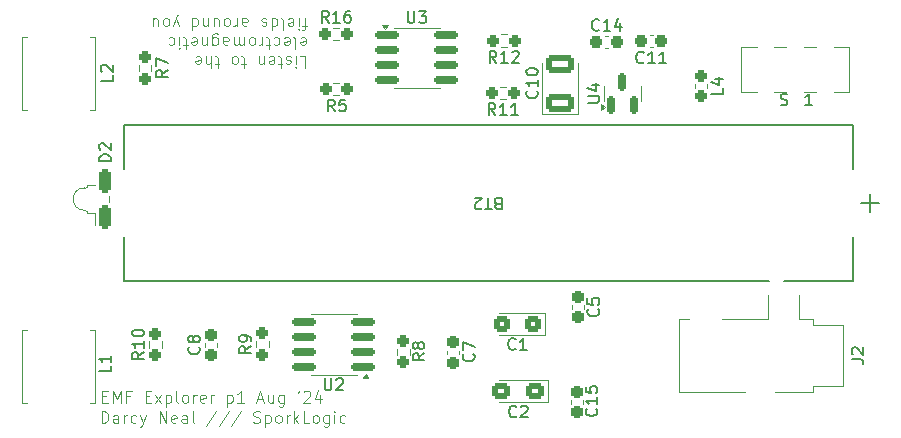
<source format=gbr>
%TF.GenerationSoftware,KiCad,Pcbnew,8.0.4*%
%TF.CreationDate,2024-08-25T02:49:15-07:00*%
%TF.ProjectId,SMDemfExplorerLEDvariationSingleCell,534d4465-6d66-4457-9870-6c6f7265724c,rev?*%
%TF.SameCoordinates,Original*%
%TF.FileFunction,Legend,Top*%
%TF.FilePolarity,Positive*%
%FSLAX46Y46*%
G04 Gerber Fmt 4.6, Leading zero omitted, Abs format (unit mm)*
G04 Created by KiCad (PCBNEW 8.0.4) date 2024-08-25 02:49:15*
%MOMM*%
%LPD*%
G01*
G04 APERTURE LIST*
G04 Aperture macros list*
%AMRoundRect*
0 Rectangle with rounded corners*
0 $1 Rounding radius*
0 $2 $3 $4 $5 $6 $7 $8 $9 X,Y pos of 4 corners*
0 Add a 4 corners polygon primitive as box body*
4,1,4,$2,$3,$4,$5,$6,$7,$8,$9,$2,$3,0*
0 Add four circle primitives for the rounded corners*
1,1,$1+$1,$2,$3*
1,1,$1+$1,$4,$5*
1,1,$1+$1,$6,$7*
1,1,$1+$1,$8,$9*
0 Add four rect primitives between the rounded corners*
20,1,$1+$1,$2,$3,$4,$5,0*
20,1,$1+$1,$4,$5,$6,$7,0*
20,1,$1+$1,$6,$7,$8,$9,0*
20,1,$1+$1,$8,$9,$2,$3,0*%
G04 Aperture macros list end*
%ADD10C,0.100000*%
%ADD11C,0.150000*%
%ADD12C,0.120000*%
%ADD13C,0.152400*%
%ADD14R,1.200000X2.500000*%
%ADD15RoundRect,0.250001X0.924999X-0.499999X0.924999X0.499999X-0.924999X0.499999X-0.924999X-0.499999X0*%
%ADD16R,2.800000X2.800000*%
%ADD17R,2.200000X2.800000*%
%ADD18C,1.700000*%
%ADD19R,5.100000X2.350000*%
%ADD20RoundRect,0.237500X-0.237500X0.287500X-0.237500X-0.287500X0.237500X-0.287500X0.237500X0.287500X0*%
%ADD21RoundRect,0.237500X-0.300000X-0.237500X0.300000X-0.237500X0.300000X0.237500X-0.300000X0.237500X0*%
%ADD22C,2.235200*%
%ADD23R,6.350000X5.080000*%
%ADD24RoundRect,0.150000X0.825000X0.150000X-0.825000X0.150000X-0.825000X-0.150000X0.825000X-0.150000X0*%
%ADD25RoundRect,0.250000X0.537500X0.425000X-0.537500X0.425000X-0.537500X-0.425000X0.537500X-0.425000X0*%
%ADD26RoundRect,0.250000X0.250000X-0.750000X0.250000X0.750000X-0.250000X0.750000X-0.250000X-0.750000X0*%
%ADD27RoundRect,0.150000X-0.825000X-0.150000X0.825000X-0.150000X0.825000X0.150000X-0.825000X0.150000X0*%
%ADD28RoundRect,0.237500X0.237500X-0.250000X0.237500X0.250000X-0.237500X0.250000X-0.237500X-0.250000X0*%
%ADD29RoundRect,0.237500X-0.237500X0.250000X-0.237500X-0.250000X0.237500X-0.250000X0.237500X0.250000X0*%
%ADD30RoundRect,0.237500X0.237500X-0.300000X0.237500X0.300000X-0.237500X0.300000X-0.237500X-0.300000X0*%
%ADD31RoundRect,0.237500X0.250000X0.237500X-0.250000X0.237500X-0.250000X-0.237500X0.250000X-0.237500X0*%
%ADD32RoundRect,0.237500X-0.250000X-0.237500X0.250000X-0.237500X0.250000X0.237500X-0.250000X0.237500X0*%
%ADD33RoundRect,0.150000X0.150000X-0.587500X0.150000X0.587500X-0.150000X0.587500X-0.150000X-0.587500X0*%
%ADD34RoundRect,0.237500X0.300000X0.237500X-0.300000X0.237500X-0.300000X-0.237500X0.300000X-0.237500X0*%
%ADD35RoundRect,0.237500X-0.237500X0.300000X-0.237500X-0.300000X0.237500X-0.300000X0.237500X0.300000X0*%
%ADD36RoundRect,0.250000X0.450000X0.425000X-0.450000X0.425000X-0.450000X-0.425000X0.450000X-0.425000X0*%
G04 APERTURE END LIST*
D10*
X165744925Y-58997468D02*
X166221115Y-58997468D01*
X166221115Y-58997468D02*
X166221115Y-59997468D01*
X165411591Y-58997468D02*
X165411591Y-59664135D01*
X165411591Y-59997468D02*
X165459210Y-59949849D01*
X165459210Y-59949849D02*
X165411591Y-59902230D01*
X165411591Y-59902230D02*
X165363972Y-59949849D01*
X165363972Y-59949849D02*
X165411591Y-59997468D01*
X165411591Y-59997468D02*
X165411591Y-59902230D01*
X164983020Y-59045088D02*
X164887782Y-58997468D01*
X164887782Y-58997468D02*
X164697306Y-58997468D01*
X164697306Y-58997468D02*
X164602068Y-59045088D01*
X164602068Y-59045088D02*
X164554449Y-59140326D01*
X164554449Y-59140326D02*
X164554449Y-59187945D01*
X164554449Y-59187945D02*
X164602068Y-59283183D01*
X164602068Y-59283183D02*
X164697306Y-59330802D01*
X164697306Y-59330802D02*
X164840163Y-59330802D01*
X164840163Y-59330802D02*
X164935401Y-59378421D01*
X164935401Y-59378421D02*
X164983020Y-59473659D01*
X164983020Y-59473659D02*
X164983020Y-59521278D01*
X164983020Y-59521278D02*
X164935401Y-59616516D01*
X164935401Y-59616516D02*
X164840163Y-59664135D01*
X164840163Y-59664135D02*
X164697306Y-59664135D01*
X164697306Y-59664135D02*
X164602068Y-59616516D01*
X164268734Y-59664135D02*
X163887782Y-59664135D01*
X164125877Y-59997468D02*
X164125877Y-59140326D01*
X164125877Y-59140326D02*
X164078258Y-59045088D01*
X164078258Y-59045088D02*
X163983020Y-58997468D01*
X163983020Y-58997468D02*
X163887782Y-58997468D01*
X163173496Y-59045088D02*
X163268734Y-58997468D01*
X163268734Y-58997468D02*
X163459210Y-58997468D01*
X163459210Y-58997468D02*
X163554448Y-59045088D01*
X163554448Y-59045088D02*
X163602067Y-59140326D01*
X163602067Y-59140326D02*
X163602067Y-59521278D01*
X163602067Y-59521278D02*
X163554448Y-59616516D01*
X163554448Y-59616516D02*
X163459210Y-59664135D01*
X163459210Y-59664135D02*
X163268734Y-59664135D01*
X163268734Y-59664135D02*
X163173496Y-59616516D01*
X163173496Y-59616516D02*
X163125877Y-59521278D01*
X163125877Y-59521278D02*
X163125877Y-59426040D01*
X163125877Y-59426040D02*
X163602067Y-59330802D01*
X162697305Y-59664135D02*
X162697305Y-58997468D01*
X162697305Y-59568897D02*
X162649686Y-59616516D01*
X162649686Y-59616516D02*
X162554448Y-59664135D01*
X162554448Y-59664135D02*
X162411591Y-59664135D01*
X162411591Y-59664135D02*
X162316353Y-59616516D01*
X162316353Y-59616516D02*
X162268734Y-59521278D01*
X162268734Y-59521278D02*
X162268734Y-58997468D01*
X161173495Y-59664135D02*
X160792543Y-59664135D01*
X161030638Y-59997468D02*
X161030638Y-59140326D01*
X161030638Y-59140326D02*
X160983019Y-59045088D01*
X160983019Y-59045088D02*
X160887781Y-58997468D01*
X160887781Y-58997468D02*
X160792543Y-58997468D01*
X160316352Y-58997468D02*
X160411590Y-59045088D01*
X160411590Y-59045088D02*
X160459209Y-59092707D01*
X160459209Y-59092707D02*
X160506828Y-59187945D01*
X160506828Y-59187945D02*
X160506828Y-59473659D01*
X160506828Y-59473659D02*
X160459209Y-59568897D01*
X160459209Y-59568897D02*
X160411590Y-59616516D01*
X160411590Y-59616516D02*
X160316352Y-59664135D01*
X160316352Y-59664135D02*
X160173495Y-59664135D01*
X160173495Y-59664135D02*
X160078257Y-59616516D01*
X160078257Y-59616516D02*
X160030638Y-59568897D01*
X160030638Y-59568897D02*
X159983019Y-59473659D01*
X159983019Y-59473659D02*
X159983019Y-59187945D01*
X159983019Y-59187945D02*
X160030638Y-59092707D01*
X160030638Y-59092707D02*
X160078257Y-59045088D01*
X160078257Y-59045088D02*
X160173495Y-58997468D01*
X160173495Y-58997468D02*
X160316352Y-58997468D01*
X158935399Y-59664135D02*
X158554447Y-59664135D01*
X158792542Y-59997468D02*
X158792542Y-59140326D01*
X158792542Y-59140326D02*
X158744923Y-59045088D01*
X158744923Y-59045088D02*
X158649685Y-58997468D01*
X158649685Y-58997468D02*
X158554447Y-58997468D01*
X158221113Y-58997468D02*
X158221113Y-59997468D01*
X157792542Y-58997468D02*
X157792542Y-59521278D01*
X157792542Y-59521278D02*
X157840161Y-59616516D01*
X157840161Y-59616516D02*
X157935399Y-59664135D01*
X157935399Y-59664135D02*
X158078256Y-59664135D01*
X158078256Y-59664135D02*
X158173494Y-59616516D01*
X158173494Y-59616516D02*
X158221113Y-59568897D01*
X156935399Y-59045088D02*
X157030637Y-58997468D01*
X157030637Y-58997468D02*
X157221113Y-58997468D01*
X157221113Y-58997468D02*
X157316351Y-59045088D01*
X157316351Y-59045088D02*
X157363970Y-59140326D01*
X157363970Y-59140326D02*
X157363970Y-59521278D01*
X157363970Y-59521278D02*
X157316351Y-59616516D01*
X157316351Y-59616516D02*
X157221113Y-59664135D01*
X157221113Y-59664135D02*
X157030637Y-59664135D01*
X157030637Y-59664135D02*
X156935399Y-59616516D01*
X156935399Y-59616516D02*
X156887780Y-59521278D01*
X156887780Y-59521278D02*
X156887780Y-59426040D01*
X156887780Y-59426040D02*
X157363970Y-59330802D01*
X165840163Y-57435144D02*
X165935401Y-57387524D01*
X165935401Y-57387524D02*
X166125877Y-57387524D01*
X166125877Y-57387524D02*
X166221115Y-57435144D01*
X166221115Y-57435144D02*
X166268734Y-57530382D01*
X166268734Y-57530382D02*
X166268734Y-57911334D01*
X166268734Y-57911334D02*
X166221115Y-58006572D01*
X166221115Y-58006572D02*
X166125877Y-58054191D01*
X166125877Y-58054191D02*
X165935401Y-58054191D01*
X165935401Y-58054191D02*
X165840163Y-58006572D01*
X165840163Y-58006572D02*
X165792544Y-57911334D01*
X165792544Y-57911334D02*
X165792544Y-57816096D01*
X165792544Y-57816096D02*
X166268734Y-57720858D01*
X165221115Y-57387524D02*
X165316353Y-57435144D01*
X165316353Y-57435144D02*
X165363972Y-57530382D01*
X165363972Y-57530382D02*
X165363972Y-58387524D01*
X164459210Y-57435144D02*
X164554448Y-57387524D01*
X164554448Y-57387524D02*
X164744924Y-57387524D01*
X164744924Y-57387524D02*
X164840162Y-57435144D01*
X164840162Y-57435144D02*
X164887781Y-57530382D01*
X164887781Y-57530382D02*
X164887781Y-57911334D01*
X164887781Y-57911334D02*
X164840162Y-58006572D01*
X164840162Y-58006572D02*
X164744924Y-58054191D01*
X164744924Y-58054191D02*
X164554448Y-58054191D01*
X164554448Y-58054191D02*
X164459210Y-58006572D01*
X164459210Y-58006572D02*
X164411591Y-57911334D01*
X164411591Y-57911334D02*
X164411591Y-57816096D01*
X164411591Y-57816096D02*
X164887781Y-57720858D01*
X163554448Y-57435144D02*
X163649686Y-57387524D01*
X163649686Y-57387524D02*
X163840162Y-57387524D01*
X163840162Y-57387524D02*
X163935400Y-57435144D01*
X163935400Y-57435144D02*
X163983019Y-57482763D01*
X163983019Y-57482763D02*
X164030638Y-57578001D01*
X164030638Y-57578001D02*
X164030638Y-57863715D01*
X164030638Y-57863715D02*
X163983019Y-57958953D01*
X163983019Y-57958953D02*
X163935400Y-58006572D01*
X163935400Y-58006572D02*
X163840162Y-58054191D01*
X163840162Y-58054191D02*
X163649686Y-58054191D01*
X163649686Y-58054191D02*
X163554448Y-58006572D01*
X163268733Y-58054191D02*
X162887781Y-58054191D01*
X163125876Y-58387524D02*
X163125876Y-57530382D01*
X163125876Y-57530382D02*
X163078257Y-57435144D01*
X163078257Y-57435144D02*
X162983019Y-57387524D01*
X162983019Y-57387524D02*
X162887781Y-57387524D01*
X162554447Y-57387524D02*
X162554447Y-58054191D01*
X162554447Y-57863715D02*
X162506828Y-57958953D01*
X162506828Y-57958953D02*
X162459209Y-58006572D01*
X162459209Y-58006572D02*
X162363971Y-58054191D01*
X162363971Y-58054191D02*
X162268733Y-58054191D01*
X161792542Y-57387524D02*
X161887780Y-57435144D01*
X161887780Y-57435144D02*
X161935399Y-57482763D01*
X161935399Y-57482763D02*
X161983018Y-57578001D01*
X161983018Y-57578001D02*
X161983018Y-57863715D01*
X161983018Y-57863715D02*
X161935399Y-57958953D01*
X161935399Y-57958953D02*
X161887780Y-58006572D01*
X161887780Y-58006572D02*
X161792542Y-58054191D01*
X161792542Y-58054191D02*
X161649685Y-58054191D01*
X161649685Y-58054191D02*
X161554447Y-58006572D01*
X161554447Y-58006572D02*
X161506828Y-57958953D01*
X161506828Y-57958953D02*
X161459209Y-57863715D01*
X161459209Y-57863715D02*
X161459209Y-57578001D01*
X161459209Y-57578001D02*
X161506828Y-57482763D01*
X161506828Y-57482763D02*
X161554447Y-57435144D01*
X161554447Y-57435144D02*
X161649685Y-57387524D01*
X161649685Y-57387524D02*
X161792542Y-57387524D01*
X161030637Y-57387524D02*
X161030637Y-58054191D01*
X161030637Y-57958953D02*
X160983018Y-58006572D01*
X160983018Y-58006572D02*
X160887780Y-58054191D01*
X160887780Y-58054191D02*
X160744923Y-58054191D01*
X160744923Y-58054191D02*
X160649685Y-58006572D01*
X160649685Y-58006572D02*
X160602066Y-57911334D01*
X160602066Y-57911334D02*
X160602066Y-57387524D01*
X160602066Y-57911334D02*
X160554447Y-58006572D01*
X160554447Y-58006572D02*
X160459209Y-58054191D01*
X160459209Y-58054191D02*
X160316352Y-58054191D01*
X160316352Y-58054191D02*
X160221113Y-58006572D01*
X160221113Y-58006572D02*
X160173494Y-57911334D01*
X160173494Y-57911334D02*
X160173494Y-57387524D01*
X159268733Y-57387524D02*
X159268733Y-57911334D01*
X159268733Y-57911334D02*
X159316352Y-58006572D01*
X159316352Y-58006572D02*
X159411590Y-58054191D01*
X159411590Y-58054191D02*
X159602066Y-58054191D01*
X159602066Y-58054191D02*
X159697304Y-58006572D01*
X159268733Y-57435144D02*
X159363971Y-57387524D01*
X159363971Y-57387524D02*
X159602066Y-57387524D01*
X159602066Y-57387524D02*
X159697304Y-57435144D01*
X159697304Y-57435144D02*
X159744923Y-57530382D01*
X159744923Y-57530382D02*
X159744923Y-57625620D01*
X159744923Y-57625620D02*
X159697304Y-57720858D01*
X159697304Y-57720858D02*
X159602066Y-57768477D01*
X159602066Y-57768477D02*
X159363971Y-57768477D01*
X159363971Y-57768477D02*
X159268733Y-57816096D01*
X158363971Y-58054191D02*
X158363971Y-57244667D01*
X158363971Y-57244667D02*
X158411590Y-57149429D01*
X158411590Y-57149429D02*
X158459209Y-57101810D01*
X158459209Y-57101810D02*
X158554447Y-57054191D01*
X158554447Y-57054191D02*
X158697304Y-57054191D01*
X158697304Y-57054191D02*
X158792542Y-57101810D01*
X158363971Y-57435144D02*
X158459209Y-57387524D01*
X158459209Y-57387524D02*
X158649685Y-57387524D01*
X158649685Y-57387524D02*
X158744923Y-57435144D01*
X158744923Y-57435144D02*
X158792542Y-57482763D01*
X158792542Y-57482763D02*
X158840161Y-57578001D01*
X158840161Y-57578001D02*
X158840161Y-57863715D01*
X158840161Y-57863715D02*
X158792542Y-57958953D01*
X158792542Y-57958953D02*
X158744923Y-58006572D01*
X158744923Y-58006572D02*
X158649685Y-58054191D01*
X158649685Y-58054191D02*
X158459209Y-58054191D01*
X158459209Y-58054191D02*
X158363971Y-58006572D01*
X157887780Y-58054191D02*
X157887780Y-57387524D01*
X157887780Y-57958953D02*
X157840161Y-58006572D01*
X157840161Y-58006572D02*
X157744923Y-58054191D01*
X157744923Y-58054191D02*
X157602066Y-58054191D01*
X157602066Y-58054191D02*
X157506828Y-58006572D01*
X157506828Y-58006572D02*
X157459209Y-57911334D01*
X157459209Y-57911334D02*
X157459209Y-57387524D01*
X156602066Y-57435144D02*
X156697304Y-57387524D01*
X156697304Y-57387524D02*
X156887780Y-57387524D01*
X156887780Y-57387524D02*
X156983018Y-57435144D01*
X156983018Y-57435144D02*
X157030637Y-57530382D01*
X157030637Y-57530382D02*
X157030637Y-57911334D01*
X157030637Y-57911334D02*
X156983018Y-58006572D01*
X156983018Y-58006572D02*
X156887780Y-58054191D01*
X156887780Y-58054191D02*
X156697304Y-58054191D01*
X156697304Y-58054191D02*
X156602066Y-58006572D01*
X156602066Y-58006572D02*
X156554447Y-57911334D01*
X156554447Y-57911334D02*
X156554447Y-57816096D01*
X156554447Y-57816096D02*
X157030637Y-57720858D01*
X156268732Y-58054191D02*
X155887780Y-58054191D01*
X156125875Y-58387524D02*
X156125875Y-57530382D01*
X156125875Y-57530382D02*
X156078256Y-57435144D01*
X156078256Y-57435144D02*
X155983018Y-57387524D01*
X155983018Y-57387524D02*
X155887780Y-57387524D01*
X155554446Y-57387524D02*
X155554446Y-58054191D01*
X155554446Y-58387524D02*
X155602065Y-58339905D01*
X155602065Y-58339905D02*
X155554446Y-58292286D01*
X155554446Y-58292286D02*
X155506827Y-58339905D01*
X155506827Y-58339905D02*
X155554446Y-58387524D01*
X155554446Y-58387524D02*
X155554446Y-58292286D01*
X154649685Y-57435144D02*
X154744923Y-57387524D01*
X154744923Y-57387524D02*
X154935399Y-57387524D01*
X154935399Y-57387524D02*
X155030637Y-57435144D01*
X155030637Y-57435144D02*
X155078256Y-57482763D01*
X155078256Y-57482763D02*
X155125875Y-57578001D01*
X155125875Y-57578001D02*
X155125875Y-57863715D01*
X155125875Y-57863715D02*
X155078256Y-57958953D01*
X155078256Y-57958953D02*
X155030637Y-58006572D01*
X155030637Y-58006572D02*
X154935399Y-58054191D01*
X154935399Y-58054191D02*
X154744923Y-58054191D01*
X154744923Y-58054191D02*
X154649685Y-58006572D01*
X166363972Y-56444247D02*
X165983020Y-56444247D01*
X166221115Y-55777580D02*
X166221115Y-56634723D01*
X166221115Y-56634723D02*
X166173496Y-56729961D01*
X166173496Y-56729961D02*
X166078258Y-56777580D01*
X166078258Y-56777580D02*
X165983020Y-56777580D01*
X165649686Y-55777580D02*
X165649686Y-56444247D01*
X165649686Y-56777580D02*
X165697305Y-56729961D01*
X165697305Y-56729961D02*
X165649686Y-56682342D01*
X165649686Y-56682342D02*
X165602067Y-56729961D01*
X165602067Y-56729961D02*
X165649686Y-56777580D01*
X165649686Y-56777580D02*
X165649686Y-56682342D01*
X164792544Y-55825200D02*
X164887782Y-55777580D01*
X164887782Y-55777580D02*
X165078258Y-55777580D01*
X165078258Y-55777580D02*
X165173496Y-55825200D01*
X165173496Y-55825200D02*
X165221115Y-55920438D01*
X165221115Y-55920438D02*
X165221115Y-56301390D01*
X165221115Y-56301390D02*
X165173496Y-56396628D01*
X165173496Y-56396628D02*
X165078258Y-56444247D01*
X165078258Y-56444247D02*
X164887782Y-56444247D01*
X164887782Y-56444247D02*
X164792544Y-56396628D01*
X164792544Y-56396628D02*
X164744925Y-56301390D01*
X164744925Y-56301390D02*
X164744925Y-56206152D01*
X164744925Y-56206152D02*
X165221115Y-56110914D01*
X164173496Y-55777580D02*
X164268734Y-55825200D01*
X164268734Y-55825200D02*
X164316353Y-55920438D01*
X164316353Y-55920438D02*
X164316353Y-56777580D01*
X163363972Y-55777580D02*
X163363972Y-56777580D01*
X163363972Y-55825200D02*
X163459210Y-55777580D01*
X163459210Y-55777580D02*
X163649686Y-55777580D01*
X163649686Y-55777580D02*
X163744924Y-55825200D01*
X163744924Y-55825200D02*
X163792543Y-55872819D01*
X163792543Y-55872819D02*
X163840162Y-55968057D01*
X163840162Y-55968057D02*
X163840162Y-56253771D01*
X163840162Y-56253771D02*
X163792543Y-56349009D01*
X163792543Y-56349009D02*
X163744924Y-56396628D01*
X163744924Y-56396628D02*
X163649686Y-56444247D01*
X163649686Y-56444247D02*
X163459210Y-56444247D01*
X163459210Y-56444247D02*
X163363972Y-56396628D01*
X162935400Y-55825200D02*
X162840162Y-55777580D01*
X162840162Y-55777580D02*
X162649686Y-55777580D01*
X162649686Y-55777580D02*
X162554448Y-55825200D01*
X162554448Y-55825200D02*
X162506829Y-55920438D01*
X162506829Y-55920438D02*
X162506829Y-55968057D01*
X162506829Y-55968057D02*
X162554448Y-56063295D01*
X162554448Y-56063295D02*
X162649686Y-56110914D01*
X162649686Y-56110914D02*
X162792543Y-56110914D01*
X162792543Y-56110914D02*
X162887781Y-56158533D01*
X162887781Y-56158533D02*
X162935400Y-56253771D01*
X162935400Y-56253771D02*
X162935400Y-56301390D01*
X162935400Y-56301390D02*
X162887781Y-56396628D01*
X162887781Y-56396628D02*
X162792543Y-56444247D01*
X162792543Y-56444247D02*
X162649686Y-56444247D01*
X162649686Y-56444247D02*
X162554448Y-56396628D01*
X160887781Y-55777580D02*
X160887781Y-56301390D01*
X160887781Y-56301390D02*
X160935400Y-56396628D01*
X160935400Y-56396628D02*
X161030638Y-56444247D01*
X161030638Y-56444247D02*
X161221114Y-56444247D01*
X161221114Y-56444247D02*
X161316352Y-56396628D01*
X160887781Y-55825200D02*
X160983019Y-55777580D01*
X160983019Y-55777580D02*
X161221114Y-55777580D01*
X161221114Y-55777580D02*
X161316352Y-55825200D01*
X161316352Y-55825200D02*
X161363971Y-55920438D01*
X161363971Y-55920438D02*
X161363971Y-56015676D01*
X161363971Y-56015676D02*
X161316352Y-56110914D01*
X161316352Y-56110914D02*
X161221114Y-56158533D01*
X161221114Y-56158533D02*
X160983019Y-56158533D01*
X160983019Y-56158533D02*
X160887781Y-56206152D01*
X160411590Y-55777580D02*
X160411590Y-56444247D01*
X160411590Y-56253771D02*
X160363971Y-56349009D01*
X160363971Y-56349009D02*
X160316352Y-56396628D01*
X160316352Y-56396628D02*
X160221114Y-56444247D01*
X160221114Y-56444247D02*
X160125876Y-56444247D01*
X159649685Y-55777580D02*
X159744923Y-55825200D01*
X159744923Y-55825200D02*
X159792542Y-55872819D01*
X159792542Y-55872819D02*
X159840161Y-55968057D01*
X159840161Y-55968057D02*
X159840161Y-56253771D01*
X159840161Y-56253771D02*
X159792542Y-56349009D01*
X159792542Y-56349009D02*
X159744923Y-56396628D01*
X159744923Y-56396628D02*
X159649685Y-56444247D01*
X159649685Y-56444247D02*
X159506828Y-56444247D01*
X159506828Y-56444247D02*
X159411590Y-56396628D01*
X159411590Y-56396628D02*
X159363971Y-56349009D01*
X159363971Y-56349009D02*
X159316352Y-56253771D01*
X159316352Y-56253771D02*
X159316352Y-55968057D01*
X159316352Y-55968057D02*
X159363971Y-55872819D01*
X159363971Y-55872819D02*
X159411590Y-55825200D01*
X159411590Y-55825200D02*
X159506828Y-55777580D01*
X159506828Y-55777580D02*
X159649685Y-55777580D01*
X158459209Y-56444247D02*
X158459209Y-55777580D01*
X158887780Y-56444247D02*
X158887780Y-55920438D01*
X158887780Y-55920438D02*
X158840161Y-55825200D01*
X158840161Y-55825200D02*
X158744923Y-55777580D01*
X158744923Y-55777580D02*
X158602066Y-55777580D01*
X158602066Y-55777580D02*
X158506828Y-55825200D01*
X158506828Y-55825200D02*
X158459209Y-55872819D01*
X157983018Y-56444247D02*
X157983018Y-55777580D01*
X157983018Y-56349009D02*
X157935399Y-56396628D01*
X157935399Y-56396628D02*
X157840161Y-56444247D01*
X157840161Y-56444247D02*
X157697304Y-56444247D01*
X157697304Y-56444247D02*
X157602066Y-56396628D01*
X157602066Y-56396628D02*
X157554447Y-56301390D01*
X157554447Y-56301390D02*
X157554447Y-55777580D01*
X156649685Y-55777580D02*
X156649685Y-56777580D01*
X156649685Y-55825200D02*
X156744923Y-55777580D01*
X156744923Y-55777580D02*
X156935399Y-55777580D01*
X156935399Y-55777580D02*
X157030637Y-55825200D01*
X157030637Y-55825200D02*
X157078256Y-55872819D01*
X157078256Y-55872819D02*
X157125875Y-55968057D01*
X157125875Y-55968057D02*
X157125875Y-56253771D01*
X157125875Y-56253771D02*
X157078256Y-56349009D01*
X157078256Y-56349009D02*
X157030637Y-56396628D01*
X157030637Y-56396628D02*
X156935399Y-56444247D01*
X156935399Y-56444247D02*
X156744923Y-56444247D01*
X156744923Y-56444247D02*
X156649685Y-56396628D01*
X155506827Y-56444247D02*
X155268732Y-55777580D01*
X155030637Y-56444247D02*
X155268732Y-55777580D01*
X155268732Y-55777580D02*
X155363970Y-55539485D01*
X155363970Y-55539485D02*
X155411589Y-55491866D01*
X155411589Y-55491866D02*
X155506827Y-55444247D01*
X154506827Y-55777580D02*
X154602065Y-55825200D01*
X154602065Y-55825200D02*
X154649684Y-55872819D01*
X154649684Y-55872819D02*
X154697303Y-55968057D01*
X154697303Y-55968057D02*
X154697303Y-56253771D01*
X154697303Y-56253771D02*
X154649684Y-56349009D01*
X154649684Y-56349009D02*
X154602065Y-56396628D01*
X154602065Y-56396628D02*
X154506827Y-56444247D01*
X154506827Y-56444247D02*
X154363970Y-56444247D01*
X154363970Y-56444247D02*
X154268732Y-56396628D01*
X154268732Y-56396628D02*
X154221113Y-56349009D01*
X154221113Y-56349009D02*
X154173494Y-56253771D01*
X154173494Y-56253771D02*
X154173494Y-55968057D01*
X154173494Y-55968057D02*
X154221113Y-55872819D01*
X154221113Y-55872819D02*
X154268732Y-55825200D01*
X154268732Y-55825200D02*
X154363970Y-55777580D01*
X154363970Y-55777580D02*
X154506827Y-55777580D01*
X153316351Y-56444247D02*
X153316351Y-55777580D01*
X153744922Y-56444247D02*
X153744922Y-55920438D01*
X153744922Y-55920438D02*
X153697303Y-55825200D01*
X153697303Y-55825200D02*
X153602065Y-55777580D01*
X153602065Y-55777580D02*
X153459208Y-55777580D01*
X153459208Y-55777580D02*
X153363970Y-55825200D01*
X153363970Y-55825200D02*
X153316351Y-55872819D01*
X148978884Y-90072419D02*
X148978884Y-89072419D01*
X148978884Y-89072419D02*
X149216979Y-89072419D01*
X149216979Y-89072419D02*
X149359836Y-89120038D01*
X149359836Y-89120038D02*
X149455074Y-89215276D01*
X149455074Y-89215276D02*
X149502693Y-89310514D01*
X149502693Y-89310514D02*
X149550312Y-89500990D01*
X149550312Y-89500990D02*
X149550312Y-89643847D01*
X149550312Y-89643847D02*
X149502693Y-89834323D01*
X149502693Y-89834323D02*
X149455074Y-89929561D01*
X149455074Y-89929561D02*
X149359836Y-90024800D01*
X149359836Y-90024800D02*
X149216979Y-90072419D01*
X149216979Y-90072419D02*
X148978884Y-90072419D01*
X150407455Y-90072419D02*
X150407455Y-89548609D01*
X150407455Y-89548609D02*
X150359836Y-89453371D01*
X150359836Y-89453371D02*
X150264598Y-89405752D01*
X150264598Y-89405752D02*
X150074122Y-89405752D01*
X150074122Y-89405752D02*
X149978884Y-89453371D01*
X150407455Y-90024800D02*
X150312217Y-90072419D01*
X150312217Y-90072419D02*
X150074122Y-90072419D01*
X150074122Y-90072419D02*
X149978884Y-90024800D01*
X149978884Y-90024800D02*
X149931265Y-89929561D01*
X149931265Y-89929561D02*
X149931265Y-89834323D01*
X149931265Y-89834323D02*
X149978884Y-89739085D01*
X149978884Y-89739085D02*
X150074122Y-89691466D01*
X150074122Y-89691466D02*
X150312217Y-89691466D01*
X150312217Y-89691466D02*
X150407455Y-89643847D01*
X150883646Y-90072419D02*
X150883646Y-89405752D01*
X150883646Y-89596228D02*
X150931265Y-89500990D01*
X150931265Y-89500990D02*
X150978884Y-89453371D01*
X150978884Y-89453371D02*
X151074122Y-89405752D01*
X151074122Y-89405752D02*
X151169360Y-89405752D01*
X151931265Y-90024800D02*
X151836027Y-90072419D01*
X151836027Y-90072419D02*
X151645551Y-90072419D01*
X151645551Y-90072419D02*
X151550313Y-90024800D01*
X151550313Y-90024800D02*
X151502694Y-89977180D01*
X151502694Y-89977180D02*
X151455075Y-89881942D01*
X151455075Y-89881942D02*
X151455075Y-89596228D01*
X151455075Y-89596228D02*
X151502694Y-89500990D01*
X151502694Y-89500990D02*
X151550313Y-89453371D01*
X151550313Y-89453371D02*
X151645551Y-89405752D01*
X151645551Y-89405752D02*
X151836027Y-89405752D01*
X151836027Y-89405752D02*
X151931265Y-89453371D01*
X152264599Y-89405752D02*
X152502694Y-90072419D01*
X152740789Y-89405752D02*
X152502694Y-90072419D01*
X152502694Y-90072419D02*
X152407456Y-90310514D01*
X152407456Y-90310514D02*
X152359837Y-90358133D01*
X152359837Y-90358133D02*
X152264599Y-90405752D01*
X153883647Y-90072419D02*
X153883647Y-89072419D01*
X153883647Y-89072419D02*
X154455075Y-90072419D01*
X154455075Y-90072419D02*
X154455075Y-89072419D01*
X155312218Y-90024800D02*
X155216980Y-90072419D01*
X155216980Y-90072419D02*
X155026504Y-90072419D01*
X155026504Y-90072419D02*
X154931266Y-90024800D01*
X154931266Y-90024800D02*
X154883647Y-89929561D01*
X154883647Y-89929561D02*
X154883647Y-89548609D01*
X154883647Y-89548609D02*
X154931266Y-89453371D01*
X154931266Y-89453371D02*
X155026504Y-89405752D01*
X155026504Y-89405752D02*
X155216980Y-89405752D01*
X155216980Y-89405752D02*
X155312218Y-89453371D01*
X155312218Y-89453371D02*
X155359837Y-89548609D01*
X155359837Y-89548609D02*
X155359837Y-89643847D01*
X155359837Y-89643847D02*
X154883647Y-89739085D01*
X156216980Y-90072419D02*
X156216980Y-89548609D01*
X156216980Y-89548609D02*
X156169361Y-89453371D01*
X156169361Y-89453371D02*
X156074123Y-89405752D01*
X156074123Y-89405752D02*
X155883647Y-89405752D01*
X155883647Y-89405752D02*
X155788409Y-89453371D01*
X156216980Y-90024800D02*
X156121742Y-90072419D01*
X156121742Y-90072419D02*
X155883647Y-90072419D01*
X155883647Y-90072419D02*
X155788409Y-90024800D01*
X155788409Y-90024800D02*
X155740790Y-89929561D01*
X155740790Y-89929561D02*
X155740790Y-89834323D01*
X155740790Y-89834323D02*
X155788409Y-89739085D01*
X155788409Y-89739085D02*
X155883647Y-89691466D01*
X155883647Y-89691466D02*
X156121742Y-89691466D01*
X156121742Y-89691466D02*
X156216980Y-89643847D01*
X156836028Y-90072419D02*
X156740790Y-90024800D01*
X156740790Y-90024800D02*
X156693171Y-89929561D01*
X156693171Y-89929561D02*
X156693171Y-89072419D01*
X158693171Y-89024800D02*
X157836029Y-90310514D01*
X159740790Y-89024800D02*
X158883648Y-90310514D01*
X160788409Y-89024800D02*
X159931267Y-90310514D01*
X161836029Y-90024800D02*
X161978886Y-90072419D01*
X161978886Y-90072419D02*
X162216981Y-90072419D01*
X162216981Y-90072419D02*
X162312219Y-90024800D01*
X162312219Y-90024800D02*
X162359838Y-89977180D01*
X162359838Y-89977180D02*
X162407457Y-89881942D01*
X162407457Y-89881942D02*
X162407457Y-89786704D01*
X162407457Y-89786704D02*
X162359838Y-89691466D01*
X162359838Y-89691466D02*
X162312219Y-89643847D01*
X162312219Y-89643847D02*
X162216981Y-89596228D01*
X162216981Y-89596228D02*
X162026505Y-89548609D01*
X162026505Y-89548609D02*
X161931267Y-89500990D01*
X161931267Y-89500990D02*
X161883648Y-89453371D01*
X161883648Y-89453371D02*
X161836029Y-89358133D01*
X161836029Y-89358133D02*
X161836029Y-89262895D01*
X161836029Y-89262895D02*
X161883648Y-89167657D01*
X161883648Y-89167657D02*
X161931267Y-89120038D01*
X161931267Y-89120038D02*
X162026505Y-89072419D01*
X162026505Y-89072419D02*
X162264600Y-89072419D01*
X162264600Y-89072419D02*
X162407457Y-89120038D01*
X162836029Y-89405752D02*
X162836029Y-90405752D01*
X162836029Y-89453371D02*
X162931267Y-89405752D01*
X162931267Y-89405752D02*
X163121743Y-89405752D01*
X163121743Y-89405752D02*
X163216981Y-89453371D01*
X163216981Y-89453371D02*
X163264600Y-89500990D01*
X163264600Y-89500990D02*
X163312219Y-89596228D01*
X163312219Y-89596228D02*
X163312219Y-89881942D01*
X163312219Y-89881942D02*
X163264600Y-89977180D01*
X163264600Y-89977180D02*
X163216981Y-90024800D01*
X163216981Y-90024800D02*
X163121743Y-90072419D01*
X163121743Y-90072419D02*
X162931267Y-90072419D01*
X162931267Y-90072419D02*
X162836029Y-90024800D01*
X163883648Y-90072419D02*
X163788410Y-90024800D01*
X163788410Y-90024800D02*
X163740791Y-89977180D01*
X163740791Y-89977180D02*
X163693172Y-89881942D01*
X163693172Y-89881942D02*
X163693172Y-89596228D01*
X163693172Y-89596228D02*
X163740791Y-89500990D01*
X163740791Y-89500990D02*
X163788410Y-89453371D01*
X163788410Y-89453371D02*
X163883648Y-89405752D01*
X163883648Y-89405752D02*
X164026505Y-89405752D01*
X164026505Y-89405752D02*
X164121743Y-89453371D01*
X164121743Y-89453371D02*
X164169362Y-89500990D01*
X164169362Y-89500990D02*
X164216981Y-89596228D01*
X164216981Y-89596228D02*
X164216981Y-89881942D01*
X164216981Y-89881942D02*
X164169362Y-89977180D01*
X164169362Y-89977180D02*
X164121743Y-90024800D01*
X164121743Y-90024800D02*
X164026505Y-90072419D01*
X164026505Y-90072419D02*
X163883648Y-90072419D01*
X164645553Y-90072419D02*
X164645553Y-89405752D01*
X164645553Y-89596228D02*
X164693172Y-89500990D01*
X164693172Y-89500990D02*
X164740791Y-89453371D01*
X164740791Y-89453371D02*
X164836029Y-89405752D01*
X164836029Y-89405752D02*
X164931267Y-89405752D01*
X165264601Y-90072419D02*
X165264601Y-89072419D01*
X165359839Y-89691466D02*
X165645553Y-90072419D01*
X165645553Y-89405752D02*
X165264601Y-89786704D01*
X166550315Y-90072419D02*
X166074125Y-90072419D01*
X166074125Y-90072419D02*
X166074125Y-89072419D01*
X167026506Y-90072419D02*
X166931268Y-90024800D01*
X166931268Y-90024800D02*
X166883649Y-89977180D01*
X166883649Y-89977180D02*
X166836030Y-89881942D01*
X166836030Y-89881942D02*
X166836030Y-89596228D01*
X166836030Y-89596228D02*
X166883649Y-89500990D01*
X166883649Y-89500990D02*
X166931268Y-89453371D01*
X166931268Y-89453371D02*
X167026506Y-89405752D01*
X167026506Y-89405752D02*
X167169363Y-89405752D01*
X167169363Y-89405752D02*
X167264601Y-89453371D01*
X167264601Y-89453371D02*
X167312220Y-89500990D01*
X167312220Y-89500990D02*
X167359839Y-89596228D01*
X167359839Y-89596228D02*
X167359839Y-89881942D01*
X167359839Y-89881942D02*
X167312220Y-89977180D01*
X167312220Y-89977180D02*
X167264601Y-90024800D01*
X167264601Y-90024800D02*
X167169363Y-90072419D01*
X167169363Y-90072419D02*
X167026506Y-90072419D01*
X168216982Y-89405752D02*
X168216982Y-90215276D01*
X168216982Y-90215276D02*
X168169363Y-90310514D01*
X168169363Y-90310514D02*
X168121744Y-90358133D01*
X168121744Y-90358133D02*
X168026506Y-90405752D01*
X168026506Y-90405752D02*
X167883649Y-90405752D01*
X167883649Y-90405752D02*
X167788411Y-90358133D01*
X168216982Y-90024800D02*
X168121744Y-90072419D01*
X168121744Y-90072419D02*
X167931268Y-90072419D01*
X167931268Y-90072419D02*
X167836030Y-90024800D01*
X167836030Y-90024800D02*
X167788411Y-89977180D01*
X167788411Y-89977180D02*
X167740792Y-89881942D01*
X167740792Y-89881942D02*
X167740792Y-89596228D01*
X167740792Y-89596228D02*
X167788411Y-89500990D01*
X167788411Y-89500990D02*
X167836030Y-89453371D01*
X167836030Y-89453371D02*
X167931268Y-89405752D01*
X167931268Y-89405752D02*
X168121744Y-89405752D01*
X168121744Y-89405752D02*
X168216982Y-89453371D01*
X168693173Y-90072419D02*
X168693173Y-89405752D01*
X168693173Y-89072419D02*
X168645554Y-89120038D01*
X168645554Y-89120038D02*
X168693173Y-89167657D01*
X168693173Y-89167657D02*
X168740792Y-89120038D01*
X168740792Y-89120038D02*
X168693173Y-89072419D01*
X168693173Y-89072419D02*
X168693173Y-89167657D01*
X169597934Y-90024800D02*
X169502696Y-90072419D01*
X169502696Y-90072419D02*
X169312220Y-90072419D01*
X169312220Y-90072419D02*
X169216982Y-90024800D01*
X169216982Y-90024800D02*
X169169363Y-89977180D01*
X169169363Y-89977180D02*
X169121744Y-89881942D01*
X169121744Y-89881942D02*
X169121744Y-89596228D01*
X169121744Y-89596228D02*
X169169363Y-89500990D01*
X169169363Y-89500990D02*
X169216982Y-89453371D01*
X169216982Y-89453371D02*
X169312220Y-89405752D01*
X169312220Y-89405752D02*
X169502696Y-89405752D01*
X169502696Y-89405752D02*
X169597934Y-89453371D01*
X149028884Y-87823609D02*
X149362217Y-87823609D01*
X149505074Y-88347419D02*
X149028884Y-88347419D01*
X149028884Y-88347419D02*
X149028884Y-87347419D01*
X149028884Y-87347419D02*
X149505074Y-87347419D01*
X149933646Y-88347419D02*
X149933646Y-87347419D01*
X149933646Y-87347419D02*
X150266979Y-88061704D01*
X150266979Y-88061704D02*
X150600312Y-87347419D01*
X150600312Y-87347419D02*
X150600312Y-88347419D01*
X151409836Y-87823609D02*
X151076503Y-87823609D01*
X151076503Y-88347419D02*
X151076503Y-87347419D01*
X151076503Y-87347419D02*
X151552693Y-87347419D01*
X152695551Y-87823609D02*
X153028884Y-87823609D01*
X153171741Y-88347419D02*
X152695551Y-88347419D01*
X152695551Y-88347419D02*
X152695551Y-87347419D01*
X152695551Y-87347419D02*
X153171741Y-87347419D01*
X153505075Y-88347419D02*
X154028884Y-87680752D01*
X153505075Y-87680752D02*
X154028884Y-88347419D01*
X154409837Y-87680752D02*
X154409837Y-88680752D01*
X154409837Y-87728371D02*
X154505075Y-87680752D01*
X154505075Y-87680752D02*
X154695551Y-87680752D01*
X154695551Y-87680752D02*
X154790789Y-87728371D01*
X154790789Y-87728371D02*
X154838408Y-87775990D01*
X154838408Y-87775990D02*
X154886027Y-87871228D01*
X154886027Y-87871228D02*
X154886027Y-88156942D01*
X154886027Y-88156942D02*
X154838408Y-88252180D01*
X154838408Y-88252180D02*
X154790789Y-88299800D01*
X154790789Y-88299800D02*
X154695551Y-88347419D01*
X154695551Y-88347419D02*
X154505075Y-88347419D01*
X154505075Y-88347419D02*
X154409837Y-88299800D01*
X155457456Y-88347419D02*
X155362218Y-88299800D01*
X155362218Y-88299800D02*
X155314599Y-88204561D01*
X155314599Y-88204561D02*
X155314599Y-87347419D01*
X155981266Y-88347419D02*
X155886028Y-88299800D01*
X155886028Y-88299800D02*
X155838409Y-88252180D01*
X155838409Y-88252180D02*
X155790790Y-88156942D01*
X155790790Y-88156942D02*
X155790790Y-87871228D01*
X155790790Y-87871228D02*
X155838409Y-87775990D01*
X155838409Y-87775990D02*
X155886028Y-87728371D01*
X155886028Y-87728371D02*
X155981266Y-87680752D01*
X155981266Y-87680752D02*
X156124123Y-87680752D01*
X156124123Y-87680752D02*
X156219361Y-87728371D01*
X156219361Y-87728371D02*
X156266980Y-87775990D01*
X156266980Y-87775990D02*
X156314599Y-87871228D01*
X156314599Y-87871228D02*
X156314599Y-88156942D01*
X156314599Y-88156942D02*
X156266980Y-88252180D01*
X156266980Y-88252180D02*
X156219361Y-88299800D01*
X156219361Y-88299800D02*
X156124123Y-88347419D01*
X156124123Y-88347419D02*
X155981266Y-88347419D01*
X156743171Y-88347419D02*
X156743171Y-87680752D01*
X156743171Y-87871228D02*
X156790790Y-87775990D01*
X156790790Y-87775990D02*
X156838409Y-87728371D01*
X156838409Y-87728371D02*
X156933647Y-87680752D01*
X156933647Y-87680752D02*
X157028885Y-87680752D01*
X157743171Y-88299800D02*
X157647933Y-88347419D01*
X157647933Y-88347419D02*
X157457457Y-88347419D01*
X157457457Y-88347419D02*
X157362219Y-88299800D01*
X157362219Y-88299800D02*
X157314600Y-88204561D01*
X157314600Y-88204561D02*
X157314600Y-87823609D01*
X157314600Y-87823609D02*
X157362219Y-87728371D01*
X157362219Y-87728371D02*
X157457457Y-87680752D01*
X157457457Y-87680752D02*
X157647933Y-87680752D01*
X157647933Y-87680752D02*
X157743171Y-87728371D01*
X157743171Y-87728371D02*
X157790790Y-87823609D01*
X157790790Y-87823609D02*
X157790790Y-87918847D01*
X157790790Y-87918847D02*
X157314600Y-88014085D01*
X158219362Y-88347419D02*
X158219362Y-87680752D01*
X158219362Y-87871228D02*
X158266981Y-87775990D01*
X158266981Y-87775990D02*
X158314600Y-87728371D01*
X158314600Y-87728371D02*
X158409838Y-87680752D01*
X158409838Y-87680752D02*
X158505076Y-87680752D01*
X159600315Y-87680752D02*
X159600315Y-88680752D01*
X159600315Y-87728371D02*
X159695553Y-87680752D01*
X159695553Y-87680752D02*
X159886029Y-87680752D01*
X159886029Y-87680752D02*
X159981267Y-87728371D01*
X159981267Y-87728371D02*
X160028886Y-87775990D01*
X160028886Y-87775990D02*
X160076505Y-87871228D01*
X160076505Y-87871228D02*
X160076505Y-88156942D01*
X160076505Y-88156942D02*
X160028886Y-88252180D01*
X160028886Y-88252180D02*
X159981267Y-88299800D01*
X159981267Y-88299800D02*
X159886029Y-88347419D01*
X159886029Y-88347419D02*
X159695553Y-88347419D01*
X159695553Y-88347419D02*
X159600315Y-88299800D01*
X161028886Y-88347419D02*
X160457458Y-88347419D01*
X160743172Y-88347419D02*
X160743172Y-87347419D01*
X160743172Y-87347419D02*
X160647934Y-87490276D01*
X160647934Y-87490276D02*
X160552696Y-87585514D01*
X160552696Y-87585514D02*
X160457458Y-87633133D01*
X162171744Y-88061704D02*
X162647934Y-88061704D01*
X162076506Y-88347419D02*
X162409839Y-87347419D01*
X162409839Y-87347419D02*
X162743172Y-88347419D01*
X163505077Y-87680752D02*
X163505077Y-88347419D01*
X163076506Y-87680752D02*
X163076506Y-88204561D01*
X163076506Y-88204561D02*
X163124125Y-88299800D01*
X163124125Y-88299800D02*
X163219363Y-88347419D01*
X163219363Y-88347419D02*
X163362220Y-88347419D01*
X163362220Y-88347419D02*
X163457458Y-88299800D01*
X163457458Y-88299800D02*
X163505077Y-88252180D01*
X164409839Y-87680752D02*
X164409839Y-88490276D01*
X164409839Y-88490276D02*
X164362220Y-88585514D01*
X164362220Y-88585514D02*
X164314601Y-88633133D01*
X164314601Y-88633133D02*
X164219363Y-88680752D01*
X164219363Y-88680752D02*
X164076506Y-88680752D01*
X164076506Y-88680752D02*
X163981268Y-88633133D01*
X164409839Y-88299800D02*
X164314601Y-88347419D01*
X164314601Y-88347419D02*
X164124125Y-88347419D01*
X164124125Y-88347419D02*
X164028887Y-88299800D01*
X164028887Y-88299800D02*
X163981268Y-88252180D01*
X163981268Y-88252180D02*
X163933649Y-88156942D01*
X163933649Y-88156942D02*
X163933649Y-87871228D01*
X163933649Y-87871228D02*
X163981268Y-87775990D01*
X163981268Y-87775990D02*
X164028887Y-87728371D01*
X164028887Y-87728371D02*
X164124125Y-87680752D01*
X164124125Y-87680752D02*
X164314601Y-87680752D01*
X164314601Y-87680752D02*
X164409839Y-87728371D01*
X165695554Y-87347419D02*
X165600316Y-87537895D01*
X166076506Y-87442657D02*
X166124125Y-87395038D01*
X166124125Y-87395038D02*
X166219363Y-87347419D01*
X166219363Y-87347419D02*
X166457458Y-87347419D01*
X166457458Y-87347419D02*
X166552696Y-87395038D01*
X166552696Y-87395038D02*
X166600315Y-87442657D01*
X166600315Y-87442657D02*
X166647934Y-87537895D01*
X166647934Y-87537895D02*
X166647934Y-87633133D01*
X166647934Y-87633133D02*
X166600315Y-87775990D01*
X166600315Y-87775990D02*
X166028887Y-88347419D01*
X166028887Y-88347419D02*
X166647934Y-88347419D01*
X167505077Y-87680752D02*
X167505077Y-88347419D01*
X167266982Y-87299800D02*
X167028887Y-88014085D01*
X167028887Y-88014085D02*
X167647934Y-88014085D01*
D11*
X206474852Y-63133475D02*
X206617709Y-63181094D01*
X206617709Y-63181094D02*
X206855804Y-63181094D01*
X206855804Y-63181094D02*
X206951042Y-63133475D01*
X206951042Y-63133475D02*
X206998661Y-63085855D01*
X206998661Y-63085855D02*
X207046280Y-62990617D01*
X207046280Y-62990617D02*
X207046280Y-62895379D01*
X207046280Y-62895379D02*
X206998661Y-62800141D01*
X206998661Y-62800141D02*
X206951042Y-62752522D01*
X206951042Y-62752522D02*
X206855804Y-62704903D01*
X206855804Y-62704903D02*
X206665328Y-62657284D01*
X206665328Y-62657284D02*
X206570090Y-62609665D01*
X206570090Y-62609665D02*
X206522471Y-62562046D01*
X206522471Y-62562046D02*
X206474852Y-62466808D01*
X206474852Y-62466808D02*
X206474852Y-62371570D01*
X206474852Y-62371570D02*
X206522471Y-62276332D01*
X206522471Y-62276332D02*
X206570090Y-62228713D01*
X206570090Y-62228713D02*
X206665328Y-62181094D01*
X206665328Y-62181094D02*
X206903423Y-62181094D01*
X206903423Y-62181094D02*
X207046280Y-62228713D01*
X207379614Y-62181094D02*
X207617709Y-63181094D01*
X207617709Y-63181094D02*
X207808185Y-62466808D01*
X207808185Y-62466808D02*
X207998661Y-63181094D01*
X207998661Y-63181094D02*
X208236757Y-62181094D01*
X209141518Y-63181094D02*
X208570090Y-63181094D01*
X208855804Y-63181094D02*
X208855804Y-62181094D01*
X208855804Y-62181094D02*
X208760566Y-62323951D01*
X208760566Y-62323951D02*
X208665328Y-62419189D01*
X208665328Y-62419189D02*
X208570090Y-62466808D01*
X185812771Y-61954137D02*
X185860391Y-62001756D01*
X185860391Y-62001756D02*
X185908010Y-62144613D01*
X185908010Y-62144613D02*
X185908010Y-62239851D01*
X185908010Y-62239851D02*
X185860391Y-62382708D01*
X185860391Y-62382708D02*
X185765152Y-62477946D01*
X185765152Y-62477946D02*
X185669914Y-62525565D01*
X185669914Y-62525565D02*
X185479438Y-62573184D01*
X185479438Y-62573184D02*
X185336581Y-62573184D01*
X185336581Y-62573184D02*
X185146105Y-62525565D01*
X185146105Y-62525565D02*
X185050867Y-62477946D01*
X185050867Y-62477946D02*
X184955629Y-62382708D01*
X184955629Y-62382708D02*
X184908010Y-62239851D01*
X184908010Y-62239851D02*
X184908010Y-62144613D01*
X184908010Y-62144613D02*
X184955629Y-62001756D01*
X184955629Y-62001756D02*
X185003248Y-61954137D01*
X185908010Y-61001756D02*
X185908010Y-61573184D01*
X185908010Y-61287470D02*
X184908010Y-61287470D01*
X184908010Y-61287470D02*
X185050867Y-61382708D01*
X185050867Y-61382708D02*
X185146105Y-61477946D01*
X185146105Y-61477946D02*
X185193724Y-61573184D01*
X184908010Y-60382708D02*
X184908010Y-60287470D01*
X184908010Y-60287470D02*
X184955629Y-60192232D01*
X184955629Y-60192232D02*
X185003248Y-60144613D01*
X185003248Y-60144613D02*
X185098486Y-60096994D01*
X185098486Y-60096994D02*
X185288962Y-60049375D01*
X185288962Y-60049375D02*
X185527057Y-60049375D01*
X185527057Y-60049375D02*
X185717533Y-60096994D01*
X185717533Y-60096994D02*
X185812771Y-60144613D01*
X185812771Y-60144613D02*
X185860391Y-60192232D01*
X185860391Y-60192232D02*
X185908010Y-60287470D01*
X185908010Y-60287470D02*
X185908010Y-60382708D01*
X185908010Y-60382708D02*
X185860391Y-60477946D01*
X185860391Y-60477946D02*
X185812771Y-60525565D01*
X185812771Y-60525565D02*
X185717533Y-60573184D01*
X185717533Y-60573184D02*
X185527057Y-60620803D01*
X185527057Y-60620803D02*
X185288962Y-60620803D01*
X185288962Y-60620803D02*
X185098486Y-60573184D01*
X185098486Y-60573184D02*
X185003248Y-60525565D01*
X185003248Y-60525565D02*
X184955629Y-60477946D01*
X184955629Y-60477946D02*
X184908010Y-60382708D01*
X212483011Y-84669604D02*
X213197296Y-84669604D01*
X213197296Y-84669604D02*
X213340153Y-84717223D01*
X213340153Y-84717223D02*
X213435392Y-84812461D01*
X213435392Y-84812461D02*
X213483011Y-84955318D01*
X213483011Y-84955318D02*
X213483011Y-85050556D01*
X212578249Y-84241032D02*
X212530630Y-84193413D01*
X212530630Y-84193413D02*
X212483011Y-84098175D01*
X212483011Y-84098175D02*
X212483011Y-83860080D01*
X212483011Y-83860080D02*
X212530630Y-83764842D01*
X212530630Y-83764842D02*
X212578249Y-83717223D01*
X212578249Y-83717223D02*
X212673487Y-83669604D01*
X212673487Y-83669604D02*
X212768725Y-83669604D01*
X212768725Y-83669604D02*
X212911582Y-83717223D01*
X212911582Y-83717223D02*
X213483011Y-84288651D01*
X213483011Y-84288651D02*
X213483011Y-83669604D01*
X149758006Y-85227948D02*
X149758006Y-85704138D01*
X149758006Y-85704138D02*
X148758006Y-85704138D01*
X149758006Y-84370805D02*
X149758006Y-84942233D01*
X149758006Y-84656519D02*
X148758006Y-84656519D01*
X148758006Y-84656519D02*
X148900863Y-84751757D01*
X148900863Y-84751757D02*
X148996101Y-84846995D01*
X148996101Y-84846995D02*
X149043720Y-84942233D01*
X149908004Y-60602940D02*
X149908004Y-61079130D01*
X149908004Y-61079130D02*
X148908004Y-61079130D01*
X149003242Y-60317225D02*
X148955623Y-60269606D01*
X148955623Y-60269606D02*
X148908004Y-60174368D01*
X148908004Y-60174368D02*
X148908004Y-59936273D01*
X148908004Y-59936273D02*
X148955623Y-59841035D01*
X148955623Y-59841035D02*
X149003242Y-59793416D01*
X149003242Y-59793416D02*
X149098480Y-59745797D01*
X149098480Y-59745797D02*
X149193718Y-59745797D01*
X149193718Y-59745797D02*
X149336575Y-59793416D01*
X149336575Y-59793416D02*
X149908004Y-60364844D01*
X149908004Y-60364844D02*
X149908004Y-59745797D01*
X201588005Y-61715441D02*
X201588005Y-62191631D01*
X201588005Y-62191631D02*
X200588005Y-62191631D01*
X200921338Y-60953536D02*
X201588005Y-60953536D01*
X200540386Y-61191631D02*
X201254671Y-61429726D01*
X201254671Y-61429726D02*
X201254671Y-60810679D01*
X191097825Y-56765851D02*
X191050206Y-56813471D01*
X191050206Y-56813471D02*
X190907349Y-56861090D01*
X190907349Y-56861090D02*
X190812111Y-56861090D01*
X190812111Y-56861090D02*
X190669254Y-56813471D01*
X190669254Y-56813471D02*
X190574016Y-56718232D01*
X190574016Y-56718232D02*
X190526397Y-56622994D01*
X190526397Y-56622994D02*
X190478778Y-56432518D01*
X190478778Y-56432518D02*
X190478778Y-56289661D01*
X190478778Y-56289661D02*
X190526397Y-56099185D01*
X190526397Y-56099185D02*
X190574016Y-56003947D01*
X190574016Y-56003947D02*
X190669254Y-55908709D01*
X190669254Y-55908709D02*
X190812111Y-55861090D01*
X190812111Y-55861090D02*
X190907349Y-55861090D01*
X190907349Y-55861090D02*
X191050206Y-55908709D01*
X191050206Y-55908709D02*
X191097825Y-55956328D01*
X192050206Y-56861090D02*
X191478778Y-56861090D01*
X191764492Y-56861090D02*
X191764492Y-55861090D01*
X191764492Y-55861090D02*
X191669254Y-56003947D01*
X191669254Y-56003947D02*
X191574016Y-56099185D01*
X191574016Y-56099185D02*
X191478778Y-56146804D01*
X192907349Y-56194423D02*
X192907349Y-56861090D01*
X192669254Y-55813471D02*
X192431159Y-56527756D01*
X192431159Y-56527756D02*
X193050206Y-56527756D01*
X182513901Y-71505267D02*
X182371044Y-71457648D01*
X182371044Y-71457648D02*
X182323425Y-71410029D01*
X182323425Y-71410029D02*
X182275806Y-71314791D01*
X182275806Y-71314791D02*
X182275806Y-71171934D01*
X182275806Y-71171934D02*
X182323425Y-71076696D01*
X182323425Y-71076696D02*
X182371044Y-71029077D01*
X182371044Y-71029077D02*
X182466282Y-70981457D01*
X182466282Y-70981457D02*
X182847234Y-70981457D01*
X182847234Y-70981457D02*
X182847234Y-71981457D01*
X182847234Y-71981457D02*
X182513901Y-71981457D01*
X182513901Y-71981457D02*
X182418663Y-71933838D01*
X182418663Y-71933838D02*
X182371044Y-71886219D01*
X182371044Y-71886219D02*
X182323425Y-71790981D01*
X182323425Y-71790981D02*
X182323425Y-71695743D01*
X182323425Y-71695743D02*
X182371044Y-71600505D01*
X182371044Y-71600505D02*
X182418663Y-71552886D01*
X182418663Y-71552886D02*
X182513901Y-71505267D01*
X182513901Y-71505267D02*
X182847234Y-71505267D01*
X181990091Y-71981457D02*
X181418663Y-71981457D01*
X181704377Y-70981457D02*
X181704377Y-71981457D01*
X181132948Y-71886219D02*
X181085329Y-71933838D01*
X181085329Y-71933838D02*
X180990091Y-71981457D01*
X180990091Y-71981457D02*
X180751996Y-71981457D01*
X180751996Y-71981457D02*
X180656758Y-71933838D01*
X180656758Y-71933838D02*
X180609139Y-71886219D01*
X180609139Y-71886219D02*
X180561520Y-71790981D01*
X180561520Y-71790981D02*
X180561520Y-71695743D01*
X180561520Y-71695743D02*
X180609139Y-71552886D01*
X180609139Y-71552886D02*
X181180567Y-70981457D01*
X181180567Y-70981457D02*
X180561520Y-70981457D01*
X214766633Y-71420074D02*
X213242824Y-71420074D01*
X214004728Y-70658169D02*
X214004728Y-72181979D01*
X167860473Y-86295316D02*
X167860473Y-87104839D01*
X167860473Y-87104839D02*
X167908092Y-87200077D01*
X167908092Y-87200077D02*
X167955711Y-87247697D01*
X167955711Y-87247697D02*
X168050949Y-87295316D01*
X168050949Y-87295316D02*
X168241425Y-87295316D01*
X168241425Y-87295316D02*
X168336663Y-87247697D01*
X168336663Y-87247697D02*
X168384282Y-87200077D01*
X168384282Y-87200077D02*
X168431901Y-87104839D01*
X168431901Y-87104839D02*
X168431901Y-86295316D01*
X168860473Y-86390554D02*
X168908092Y-86342935D01*
X168908092Y-86342935D02*
X169003330Y-86295316D01*
X169003330Y-86295316D02*
X169241425Y-86295316D01*
X169241425Y-86295316D02*
X169336663Y-86342935D01*
X169336663Y-86342935D02*
X169384282Y-86390554D01*
X169384282Y-86390554D02*
X169431901Y-86485792D01*
X169431901Y-86485792D02*
X169431901Y-86581030D01*
X169431901Y-86581030D02*
X169384282Y-86723887D01*
X169384282Y-86723887D02*
X168812854Y-87295316D01*
X168812854Y-87295316D02*
X169431901Y-87295316D01*
X184099019Y-89495857D02*
X184051400Y-89543477D01*
X184051400Y-89543477D02*
X183908543Y-89591096D01*
X183908543Y-89591096D02*
X183813305Y-89591096D01*
X183813305Y-89591096D02*
X183670448Y-89543477D01*
X183670448Y-89543477D02*
X183575210Y-89448238D01*
X183575210Y-89448238D02*
X183527591Y-89353000D01*
X183527591Y-89353000D02*
X183479972Y-89162524D01*
X183479972Y-89162524D02*
X183479972Y-89019667D01*
X183479972Y-89019667D02*
X183527591Y-88829191D01*
X183527591Y-88829191D02*
X183575210Y-88733953D01*
X183575210Y-88733953D02*
X183670448Y-88638715D01*
X183670448Y-88638715D02*
X183813305Y-88591096D01*
X183813305Y-88591096D02*
X183908543Y-88591096D01*
X183908543Y-88591096D02*
X184051400Y-88638715D01*
X184051400Y-88638715D02*
X184099019Y-88686334D01*
X184479972Y-88686334D02*
X184527591Y-88638715D01*
X184527591Y-88638715D02*
X184622829Y-88591096D01*
X184622829Y-88591096D02*
X184860924Y-88591096D01*
X184860924Y-88591096D02*
X184956162Y-88638715D01*
X184956162Y-88638715D02*
X185003781Y-88686334D01*
X185003781Y-88686334D02*
X185051400Y-88781572D01*
X185051400Y-88781572D02*
X185051400Y-88876810D01*
X185051400Y-88876810D02*
X185003781Y-89019667D01*
X185003781Y-89019667D02*
X184432353Y-89591096D01*
X184432353Y-89591096D02*
X185051400Y-89591096D01*
X149783008Y-67899371D02*
X148783008Y-67899371D01*
X148783008Y-67899371D02*
X148783008Y-67661276D01*
X148783008Y-67661276D02*
X148830627Y-67518419D01*
X148830627Y-67518419D02*
X148925865Y-67423181D01*
X148925865Y-67423181D02*
X149021103Y-67375562D01*
X149021103Y-67375562D02*
X149211579Y-67327943D01*
X149211579Y-67327943D02*
X149354436Y-67327943D01*
X149354436Y-67327943D02*
X149544912Y-67375562D01*
X149544912Y-67375562D02*
X149640150Y-67423181D01*
X149640150Y-67423181D02*
X149735389Y-67518419D01*
X149735389Y-67518419D02*
X149783008Y-67661276D01*
X149783008Y-67661276D02*
X149783008Y-67899371D01*
X148878246Y-66946990D02*
X148830627Y-66899371D01*
X148830627Y-66899371D02*
X148783008Y-66804133D01*
X148783008Y-66804133D02*
X148783008Y-66566038D01*
X148783008Y-66566038D02*
X148830627Y-66470800D01*
X148830627Y-66470800D02*
X148878246Y-66423181D01*
X148878246Y-66423181D02*
X148973484Y-66375562D01*
X148973484Y-66375562D02*
X149068722Y-66375562D01*
X149068722Y-66375562D02*
X149211579Y-66423181D01*
X149211579Y-66423181D02*
X149783008Y-66994609D01*
X149783008Y-66994609D02*
X149783008Y-66375562D01*
X174883480Y-55204366D02*
X174883480Y-56013889D01*
X174883480Y-56013889D02*
X174931099Y-56109127D01*
X174931099Y-56109127D02*
X174978718Y-56156747D01*
X174978718Y-56156747D02*
X175073956Y-56204366D01*
X175073956Y-56204366D02*
X175264432Y-56204366D01*
X175264432Y-56204366D02*
X175359670Y-56156747D01*
X175359670Y-56156747D02*
X175407289Y-56109127D01*
X175407289Y-56109127D02*
X175454908Y-56013889D01*
X175454908Y-56013889D02*
X175454908Y-55204366D01*
X175835861Y-55204366D02*
X176454908Y-55204366D01*
X176454908Y-55204366D02*
X176121575Y-55585318D01*
X176121575Y-55585318D02*
X176264432Y-55585318D01*
X176264432Y-55585318D02*
X176359670Y-55632937D01*
X176359670Y-55632937D02*
X176407289Y-55680556D01*
X176407289Y-55680556D02*
X176454908Y-55775794D01*
X176454908Y-55775794D02*
X176454908Y-56013889D01*
X176454908Y-56013889D02*
X176407289Y-56109127D01*
X176407289Y-56109127D02*
X176359670Y-56156747D01*
X176359670Y-56156747D02*
X176264432Y-56204366D01*
X176264432Y-56204366D02*
X175978718Y-56204366D01*
X175978718Y-56204366D02*
X175883480Y-56156747D01*
X175883480Y-56156747D02*
X175835861Y-56109127D01*
X152553000Y-84066631D02*
X152076809Y-84399964D01*
X152553000Y-84638059D02*
X151553000Y-84638059D01*
X151553000Y-84638059D02*
X151553000Y-84257107D01*
X151553000Y-84257107D02*
X151600619Y-84161869D01*
X151600619Y-84161869D02*
X151648238Y-84114250D01*
X151648238Y-84114250D02*
X151743476Y-84066631D01*
X151743476Y-84066631D02*
X151886333Y-84066631D01*
X151886333Y-84066631D02*
X151981571Y-84114250D01*
X151981571Y-84114250D02*
X152029190Y-84161869D01*
X152029190Y-84161869D02*
X152076809Y-84257107D01*
X152076809Y-84257107D02*
X152076809Y-84638059D01*
X152553000Y-83114250D02*
X152553000Y-83685678D01*
X152553000Y-83399964D02*
X151553000Y-83399964D01*
X151553000Y-83399964D02*
X151695857Y-83495202D01*
X151695857Y-83495202D02*
X151791095Y-83590440D01*
X151791095Y-83590440D02*
X151838714Y-83685678D01*
X151553000Y-82495202D02*
X151553000Y-82399964D01*
X151553000Y-82399964D02*
X151600619Y-82304726D01*
X151600619Y-82304726D02*
X151648238Y-82257107D01*
X151648238Y-82257107D02*
X151743476Y-82209488D01*
X151743476Y-82209488D02*
X151933952Y-82161869D01*
X151933952Y-82161869D02*
X152172047Y-82161869D01*
X152172047Y-82161869D02*
X152362523Y-82209488D01*
X152362523Y-82209488D02*
X152457761Y-82257107D01*
X152457761Y-82257107D02*
X152505381Y-82304726D01*
X152505381Y-82304726D02*
X152553000Y-82399964D01*
X152553000Y-82399964D02*
X152553000Y-82495202D01*
X152553000Y-82495202D02*
X152505381Y-82590440D01*
X152505381Y-82590440D02*
X152457761Y-82638059D01*
X152457761Y-82638059D02*
X152362523Y-82685678D01*
X152362523Y-82685678D02*
X152172047Y-82733297D01*
X152172047Y-82733297D02*
X151933952Y-82733297D01*
X151933952Y-82733297D02*
X151743476Y-82685678D01*
X151743476Y-82685678D02*
X151648238Y-82638059D01*
X151648238Y-82638059D02*
X151600619Y-82590440D01*
X151600619Y-82590440D02*
X151553000Y-82495202D01*
X161633008Y-83577941D02*
X161156817Y-83911274D01*
X161633008Y-84149369D02*
X160633008Y-84149369D01*
X160633008Y-84149369D02*
X160633008Y-83768417D01*
X160633008Y-83768417D02*
X160680627Y-83673179D01*
X160680627Y-83673179D02*
X160728246Y-83625560D01*
X160728246Y-83625560D02*
X160823484Y-83577941D01*
X160823484Y-83577941D02*
X160966341Y-83577941D01*
X160966341Y-83577941D02*
X161061579Y-83625560D01*
X161061579Y-83625560D02*
X161109198Y-83673179D01*
X161109198Y-83673179D02*
X161156817Y-83768417D01*
X161156817Y-83768417D02*
X161156817Y-84149369D01*
X161633008Y-83101750D02*
X161633008Y-82911274D01*
X161633008Y-82911274D02*
X161585389Y-82816036D01*
X161585389Y-82816036D02*
X161537769Y-82768417D01*
X161537769Y-82768417D02*
X161394912Y-82673179D01*
X161394912Y-82673179D02*
X161204436Y-82625560D01*
X161204436Y-82625560D02*
X160823484Y-82625560D01*
X160823484Y-82625560D02*
X160728246Y-82673179D01*
X160728246Y-82673179D02*
X160680627Y-82720798D01*
X160680627Y-82720798D02*
X160633008Y-82816036D01*
X160633008Y-82816036D02*
X160633008Y-83006512D01*
X160633008Y-83006512D02*
X160680627Y-83101750D01*
X160680627Y-83101750D02*
X160728246Y-83149369D01*
X160728246Y-83149369D02*
X160823484Y-83196988D01*
X160823484Y-83196988D02*
X161061579Y-83196988D01*
X161061579Y-83196988D02*
X161156817Y-83149369D01*
X161156817Y-83149369D02*
X161204436Y-83101750D01*
X161204436Y-83101750D02*
X161252055Y-83006512D01*
X161252055Y-83006512D02*
X161252055Y-82816036D01*
X161252055Y-82816036D02*
X161204436Y-82720798D01*
X161204436Y-82720798D02*
X161156817Y-82673179D01*
X161156817Y-82673179D02*
X161061579Y-82625560D01*
X157207771Y-83615443D02*
X157255391Y-83663062D01*
X157255391Y-83663062D02*
X157303010Y-83805919D01*
X157303010Y-83805919D02*
X157303010Y-83901157D01*
X157303010Y-83901157D02*
X157255391Y-84044014D01*
X157255391Y-84044014D02*
X157160152Y-84139252D01*
X157160152Y-84139252D02*
X157064914Y-84186871D01*
X157064914Y-84186871D02*
X156874438Y-84234490D01*
X156874438Y-84234490D02*
X156731581Y-84234490D01*
X156731581Y-84234490D02*
X156541105Y-84186871D01*
X156541105Y-84186871D02*
X156445867Y-84139252D01*
X156445867Y-84139252D02*
X156350629Y-84044014D01*
X156350629Y-84044014D02*
X156303010Y-83901157D01*
X156303010Y-83901157D02*
X156303010Y-83805919D01*
X156303010Y-83805919D02*
X156350629Y-83663062D01*
X156350629Y-83663062D02*
X156398248Y-83615443D01*
X156731581Y-83044014D02*
X156683962Y-83139252D01*
X156683962Y-83139252D02*
X156636343Y-83186871D01*
X156636343Y-83186871D02*
X156541105Y-83234490D01*
X156541105Y-83234490D02*
X156493486Y-83234490D01*
X156493486Y-83234490D02*
X156398248Y-83186871D01*
X156398248Y-83186871D02*
X156350629Y-83139252D01*
X156350629Y-83139252D02*
X156303010Y-83044014D01*
X156303010Y-83044014D02*
X156303010Y-82853538D01*
X156303010Y-82853538D02*
X156350629Y-82758300D01*
X156350629Y-82758300D02*
X156398248Y-82710681D01*
X156398248Y-82710681D02*
X156493486Y-82663062D01*
X156493486Y-82663062D02*
X156541105Y-82663062D01*
X156541105Y-82663062D02*
X156636343Y-82710681D01*
X156636343Y-82710681D02*
X156683962Y-82758300D01*
X156683962Y-82758300D02*
X156731581Y-82853538D01*
X156731581Y-82853538D02*
X156731581Y-83044014D01*
X156731581Y-83044014D02*
X156779200Y-83139252D01*
X156779200Y-83139252D02*
X156826819Y-83186871D01*
X156826819Y-83186871D02*
X156922057Y-83234490D01*
X156922057Y-83234490D02*
X157112533Y-83234490D01*
X157112533Y-83234490D02*
X157207771Y-83186871D01*
X157207771Y-83186871D02*
X157255391Y-83139252D01*
X157255391Y-83139252D02*
X157303010Y-83044014D01*
X157303010Y-83044014D02*
X157303010Y-82853538D01*
X157303010Y-82853538D02*
X157255391Y-82758300D01*
X157255391Y-82758300D02*
X157207771Y-82710681D01*
X157207771Y-82710681D02*
X157112533Y-82663062D01*
X157112533Y-82663062D02*
X156922057Y-82663062D01*
X156922057Y-82663062D02*
X156826819Y-82710681D01*
X156826819Y-82710681D02*
X156779200Y-82758300D01*
X156779200Y-82758300D02*
X156731581Y-82853538D01*
X182322827Y-63996098D02*
X181989494Y-63519907D01*
X181751399Y-63996098D02*
X181751399Y-62996098D01*
X181751399Y-62996098D02*
X182132351Y-62996098D01*
X182132351Y-62996098D02*
X182227589Y-63043717D01*
X182227589Y-63043717D02*
X182275208Y-63091336D01*
X182275208Y-63091336D02*
X182322827Y-63186574D01*
X182322827Y-63186574D02*
X182322827Y-63329431D01*
X182322827Y-63329431D02*
X182275208Y-63424669D01*
X182275208Y-63424669D02*
X182227589Y-63472288D01*
X182227589Y-63472288D02*
X182132351Y-63519907D01*
X182132351Y-63519907D02*
X181751399Y-63519907D01*
X183275208Y-63996098D02*
X182703780Y-63996098D01*
X182989494Y-63996098D02*
X182989494Y-62996098D01*
X182989494Y-62996098D02*
X182894256Y-63138955D01*
X182894256Y-63138955D02*
X182799018Y-63234193D01*
X182799018Y-63234193D02*
X182703780Y-63281812D01*
X184227589Y-63996098D02*
X183656161Y-63996098D01*
X183941875Y-63996098D02*
X183941875Y-62996098D01*
X183941875Y-62996098D02*
X183846637Y-63138955D01*
X183846637Y-63138955D02*
X183751399Y-63234193D01*
X183751399Y-63234193D02*
X183656161Y-63281812D01*
X154563012Y-60177944D02*
X154086821Y-60511277D01*
X154563012Y-60749372D02*
X153563012Y-60749372D01*
X153563012Y-60749372D02*
X153563012Y-60368420D01*
X153563012Y-60368420D02*
X153610631Y-60273182D01*
X153610631Y-60273182D02*
X153658250Y-60225563D01*
X153658250Y-60225563D02*
X153753488Y-60177944D01*
X153753488Y-60177944D02*
X153896345Y-60177944D01*
X153896345Y-60177944D02*
X153991583Y-60225563D01*
X153991583Y-60225563D02*
X154039202Y-60273182D01*
X154039202Y-60273182D02*
X154086821Y-60368420D01*
X154086821Y-60368420D02*
X154086821Y-60749372D01*
X153563012Y-59844610D02*
X153563012Y-59177944D01*
X153563012Y-59177944D02*
X154563012Y-59606515D01*
X180462771Y-84227943D02*
X180510391Y-84275562D01*
X180510391Y-84275562D02*
X180558010Y-84418419D01*
X180558010Y-84418419D02*
X180558010Y-84513657D01*
X180558010Y-84513657D02*
X180510391Y-84656514D01*
X180510391Y-84656514D02*
X180415152Y-84751752D01*
X180415152Y-84751752D02*
X180319914Y-84799371D01*
X180319914Y-84799371D02*
X180129438Y-84846990D01*
X180129438Y-84846990D02*
X179986581Y-84846990D01*
X179986581Y-84846990D02*
X179796105Y-84799371D01*
X179796105Y-84799371D02*
X179700867Y-84751752D01*
X179700867Y-84751752D02*
X179605629Y-84656514D01*
X179605629Y-84656514D02*
X179558010Y-84513657D01*
X179558010Y-84513657D02*
X179558010Y-84418419D01*
X179558010Y-84418419D02*
X179605629Y-84275562D01*
X179605629Y-84275562D02*
X179653248Y-84227943D01*
X179558010Y-83894609D02*
X179558010Y-83227943D01*
X179558010Y-83227943D02*
X180558010Y-83656514D01*
X176308004Y-84177943D02*
X175831813Y-84511276D01*
X176308004Y-84749371D02*
X175308004Y-84749371D01*
X175308004Y-84749371D02*
X175308004Y-84368419D01*
X175308004Y-84368419D02*
X175355623Y-84273181D01*
X175355623Y-84273181D02*
X175403242Y-84225562D01*
X175403242Y-84225562D02*
X175498480Y-84177943D01*
X175498480Y-84177943D02*
X175641337Y-84177943D01*
X175641337Y-84177943D02*
X175736575Y-84225562D01*
X175736575Y-84225562D02*
X175784194Y-84273181D01*
X175784194Y-84273181D02*
X175831813Y-84368419D01*
X175831813Y-84368419D02*
X175831813Y-84749371D01*
X175736575Y-83606514D02*
X175688956Y-83701752D01*
X175688956Y-83701752D02*
X175641337Y-83749371D01*
X175641337Y-83749371D02*
X175546099Y-83796990D01*
X175546099Y-83796990D02*
X175498480Y-83796990D01*
X175498480Y-83796990D02*
X175403242Y-83749371D01*
X175403242Y-83749371D02*
X175355623Y-83701752D01*
X175355623Y-83701752D02*
X175308004Y-83606514D01*
X175308004Y-83606514D02*
X175308004Y-83416038D01*
X175308004Y-83416038D02*
X175355623Y-83320800D01*
X175355623Y-83320800D02*
X175403242Y-83273181D01*
X175403242Y-83273181D02*
X175498480Y-83225562D01*
X175498480Y-83225562D02*
X175546099Y-83225562D01*
X175546099Y-83225562D02*
X175641337Y-83273181D01*
X175641337Y-83273181D02*
X175688956Y-83320800D01*
X175688956Y-83320800D02*
X175736575Y-83416038D01*
X175736575Y-83416038D02*
X175736575Y-83606514D01*
X175736575Y-83606514D02*
X175784194Y-83701752D01*
X175784194Y-83701752D02*
X175831813Y-83749371D01*
X175831813Y-83749371D02*
X175927051Y-83796990D01*
X175927051Y-83796990D02*
X176117527Y-83796990D01*
X176117527Y-83796990D02*
X176212765Y-83749371D01*
X176212765Y-83749371D02*
X176260385Y-83701752D01*
X176260385Y-83701752D02*
X176308004Y-83606514D01*
X176308004Y-83606514D02*
X176308004Y-83416038D01*
X176308004Y-83416038D02*
X176260385Y-83320800D01*
X176260385Y-83320800D02*
X176212765Y-83273181D01*
X176212765Y-83273181D02*
X176117527Y-83225562D01*
X176117527Y-83225562D02*
X175927051Y-83225562D01*
X175927051Y-83225562D02*
X175831813Y-83273181D01*
X175831813Y-83273181D02*
X175784194Y-83320800D01*
X175784194Y-83320800D02*
X175736575Y-83416038D01*
X168192932Y-56180979D02*
X167859599Y-55704788D01*
X167621504Y-56180979D02*
X167621504Y-55180979D01*
X167621504Y-55180979D02*
X168002456Y-55180979D01*
X168002456Y-55180979D02*
X168097694Y-55228598D01*
X168097694Y-55228598D02*
X168145313Y-55276217D01*
X168145313Y-55276217D02*
X168192932Y-55371455D01*
X168192932Y-55371455D02*
X168192932Y-55514312D01*
X168192932Y-55514312D02*
X168145313Y-55609550D01*
X168145313Y-55609550D02*
X168097694Y-55657169D01*
X168097694Y-55657169D02*
X168002456Y-55704788D01*
X168002456Y-55704788D02*
X167621504Y-55704788D01*
X169145313Y-56180979D02*
X168573885Y-56180979D01*
X168859599Y-56180979D02*
X168859599Y-55180979D01*
X168859599Y-55180979D02*
X168764361Y-55323836D01*
X168764361Y-55323836D02*
X168669123Y-55419074D01*
X168669123Y-55419074D02*
X168573885Y-55466693D01*
X170002456Y-55180979D02*
X169811980Y-55180979D01*
X169811980Y-55180979D02*
X169716742Y-55228598D01*
X169716742Y-55228598D02*
X169669123Y-55276217D01*
X169669123Y-55276217D02*
X169573885Y-55419074D01*
X169573885Y-55419074D02*
X169526266Y-55609550D01*
X169526266Y-55609550D02*
X169526266Y-55990502D01*
X169526266Y-55990502D02*
X169573885Y-56085740D01*
X169573885Y-56085740D02*
X169621504Y-56133360D01*
X169621504Y-56133360D02*
X169716742Y-56180979D01*
X169716742Y-56180979D02*
X169907218Y-56180979D01*
X169907218Y-56180979D02*
X170002456Y-56133360D01*
X170002456Y-56133360D02*
X170050075Y-56085740D01*
X170050075Y-56085740D02*
X170097694Y-55990502D01*
X170097694Y-55990502D02*
X170097694Y-55752407D01*
X170097694Y-55752407D02*
X170050075Y-55657169D01*
X170050075Y-55657169D02*
X170002456Y-55609550D01*
X170002456Y-55609550D02*
X169907218Y-55561931D01*
X169907218Y-55561931D02*
X169716742Y-55561931D01*
X169716742Y-55561931D02*
X169621504Y-55609550D01*
X169621504Y-55609550D02*
X169573885Y-55657169D01*
X169573885Y-55657169D02*
X169526266Y-55752407D01*
X168699018Y-63696099D02*
X168365685Y-63219908D01*
X168127590Y-63696099D02*
X168127590Y-62696099D01*
X168127590Y-62696099D02*
X168508542Y-62696099D01*
X168508542Y-62696099D02*
X168603780Y-62743718D01*
X168603780Y-62743718D02*
X168651399Y-62791337D01*
X168651399Y-62791337D02*
X168699018Y-62886575D01*
X168699018Y-62886575D02*
X168699018Y-63029432D01*
X168699018Y-63029432D02*
X168651399Y-63124670D01*
X168651399Y-63124670D02*
X168603780Y-63172289D01*
X168603780Y-63172289D02*
X168508542Y-63219908D01*
X168508542Y-63219908D02*
X168127590Y-63219908D01*
X169603780Y-62696099D02*
X169127590Y-62696099D01*
X169127590Y-62696099D02*
X169079971Y-63172289D01*
X169079971Y-63172289D02*
X169127590Y-63124670D01*
X169127590Y-63124670D02*
X169222828Y-63077051D01*
X169222828Y-63077051D02*
X169460923Y-63077051D01*
X169460923Y-63077051D02*
X169556161Y-63124670D01*
X169556161Y-63124670D02*
X169603780Y-63172289D01*
X169603780Y-63172289D02*
X169651399Y-63267527D01*
X169651399Y-63267527D02*
X169651399Y-63505622D01*
X169651399Y-63505622D02*
X169603780Y-63600860D01*
X169603780Y-63600860D02*
X169556161Y-63648480D01*
X169556161Y-63648480D02*
X169460923Y-63696099D01*
X169460923Y-63696099D02*
X169222828Y-63696099D01*
X169222828Y-63696099D02*
X169127590Y-63648480D01*
X169127590Y-63648480D02*
X169079971Y-63600860D01*
X190133005Y-62935679D02*
X190942528Y-62935679D01*
X190942528Y-62935679D02*
X191037766Y-62888060D01*
X191037766Y-62888060D02*
X191085386Y-62840441D01*
X191085386Y-62840441D02*
X191133005Y-62745203D01*
X191133005Y-62745203D02*
X191133005Y-62554727D01*
X191133005Y-62554727D02*
X191085386Y-62459489D01*
X191085386Y-62459489D02*
X191037766Y-62411870D01*
X191037766Y-62411870D02*
X190942528Y-62364251D01*
X190942528Y-62364251D02*
X190133005Y-62364251D01*
X190466338Y-61459489D02*
X191133005Y-61459489D01*
X190085386Y-61697584D02*
X190799671Y-61935679D01*
X190799671Y-61935679D02*
X190799671Y-61316632D01*
X190862770Y-88854133D02*
X190910390Y-88901752D01*
X190910390Y-88901752D02*
X190958009Y-89044609D01*
X190958009Y-89044609D02*
X190958009Y-89139847D01*
X190958009Y-89139847D02*
X190910390Y-89282704D01*
X190910390Y-89282704D02*
X190815151Y-89377942D01*
X190815151Y-89377942D02*
X190719913Y-89425561D01*
X190719913Y-89425561D02*
X190529437Y-89473180D01*
X190529437Y-89473180D02*
X190386580Y-89473180D01*
X190386580Y-89473180D02*
X190196104Y-89425561D01*
X190196104Y-89425561D02*
X190100866Y-89377942D01*
X190100866Y-89377942D02*
X190005628Y-89282704D01*
X190005628Y-89282704D02*
X189958009Y-89139847D01*
X189958009Y-89139847D02*
X189958009Y-89044609D01*
X189958009Y-89044609D02*
X190005628Y-88901752D01*
X190005628Y-88901752D02*
X190053247Y-88854133D01*
X190958009Y-87901752D02*
X190958009Y-88473180D01*
X190958009Y-88187466D02*
X189958009Y-88187466D01*
X189958009Y-88187466D02*
X190100866Y-88282704D01*
X190100866Y-88282704D02*
X190196104Y-88377942D01*
X190196104Y-88377942D02*
X190243723Y-88473180D01*
X189958009Y-86996990D02*
X189958009Y-87473180D01*
X189958009Y-87473180D02*
X190434199Y-87520799D01*
X190434199Y-87520799D02*
X190386580Y-87473180D01*
X190386580Y-87473180D02*
X190338961Y-87377942D01*
X190338961Y-87377942D02*
X190338961Y-87139847D01*
X190338961Y-87139847D02*
X190386580Y-87044609D01*
X190386580Y-87044609D02*
X190434199Y-86996990D01*
X190434199Y-86996990D02*
X190529437Y-86949371D01*
X190529437Y-86949371D02*
X190767532Y-86949371D01*
X190767532Y-86949371D02*
X190862770Y-86996990D01*
X190862770Y-86996990D02*
X190910390Y-87044609D01*
X190910390Y-87044609D02*
X190958009Y-87139847D01*
X190958009Y-87139847D02*
X190958009Y-87377942D01*
X190958009Y-87377942D02*
X190910390Y-87473180D01*
X190910390Y-87473180D02*
X190862770Y-87520799D01*
X194872831Y-59525857D02*
X194825212Y-59573477D01*
X194825212Y-59573477D02*
X194682355Y-59621096D01*
X194682355Y-59621096D02*
X194587117Y-59621096D01*
X194587117Y-59621096D02*
X194444260Y-59573477D01*
X194444260Y-59573477D02*
X194349022Y-59478238D01*
X194349022Y-59478238D02*
X194301403Y-59383000D01*
X194301403Y-59383000D02*
X194253784Y-59192524D01*
X194253784Y-59192524D02*
X194253784Y-59049667D01*
X194253784Y-59049667D02*
X194301403Y-58859191D01*
X194301403Y-58859191D02*
X194349022Y-58763953D01*
X194349022Y-58763953D02*
X194444260Y-58668715D01*
X194444260Y-58668715D02*
X194587117Y-58621096D01*
X194587117Y-58621096D02*
X194682355Y-58621096D01*
X194682355Y-58621096D02*
X194825212Y-58668715D01*
X194825212Y-58668715D02*
X194872831Y-58716334D01*
X195825212Y-59621096D02*
X195253784Y-59621096D01*
X195539498Y-59621096D02*
X195539498Y-58621096D01*
X195539498Y-58621096D02*
X195444260Y-58763953D01*
X195444260Y-58763953D02*
X195349022Y-58859191D01*
X195349022Y-58859191D02*
X195253784Y-58906810D01*
X196777593Y-59621096D02*
X196206165Y-59621096D01*
X196491879Y-59621096D02*
X196491879Y-58621096D01*
X196491879Y-58621096D02*
X196396641Y-58763953D01*
X196396641Y-58763953D02*
X196301403Y-58859191D01*
X196301403Y-58859191D02*
X196206165Y-58906810D01*
X191012769Y-80427940D02*
X191060389Y-80475559D01*
X191060389Y-80475559D02*
X191108008Y-80618416D01*
X191108008Y-80618416D02*
X191108008Y-80713654D01*
X191108008Y-80713654D02*
X191060389Y-80856511D01*
X191060389Y-80856511D02*
X190965150Y-80951749D01*
X190965150Y-80951749D02*
X190869912Y-80999368D01*
X190869912Y-80999368D02*
X190679436Y-81046987D01*
X190679436Y-81046987D02*
X190536579Y-81046987D01*
X190536579Y-81046987D02*
X190346103Y-80999368D01*
X190346103Y-80999368D02*
X190250865Y-80951749D01*
X190250865Y-80951749D02*
X190155627Y-80856511D01*
X190155627Y-80856511D02*
X190108008Y-80713654D01*
X190108008Y-80713654D02*
X190108008Y-80618416D01*
X190108008Y-80618416D02*
X190155627Y-80475559D01*
X190155627Y-80475559D02*
X190203246Y-80427940D01*
X190108008Y-79523178D02*
X190108008Y-79999368D01*
X190108008Y-79999368D02*
X190584198Y-80046987D01*
X190584198Y-80046987D02*
X190536579Y-79999368D01*
X190536579Y-79999368D02*
X190488960Y-79904130D01*
X190488960Y-79904130D02*
X190488960Y-79666035D01*
X190488960Y-79666035D02*
X190536579Y-79570797D01*
X190536579Y-79570797D02*
X190584198Y-79523178D01*
X190584198Y-79523178D02*
X190679436Y-79475559D01*
X190679436Y-79475559D02*
X190917531Y-79475559D01*
X190917531Y-79475559D02*
X191012769Y-79523178D01*
X191012769Y-79523178D02*
X191060389Y-79570797D01*
X191060389Y-79570797D02*
X191108008Y-79666035D01*
X191108008Y-79666035D02*
X191108008Y-79904130D01*
X191108008Y-79904130D02*
X191060389Y-79999368D01*
X191060389Y-79999368D02*
X191012769Y-80046987D01*
X182397829Y-59571093D02*
X182064496Y-59094902D01*
X181826401Y-59571093D02*
X181826401Y-58571093D01*
X181826401Y-58571093D02*
X182207353Y-58571093D01*
X182207353Y-58571093D02*
X182302591Y-58618712D01*
X182302591Y-58618712D02*
X182350210Y-58666331D01*
X182350210Y-58666331D02*
X182397829Y-58761569D01*
X182397829Y-58761569D02*
X182397829Y-58904426D01*
X182397829Y-58904426D02*
X182350210Y-58999664D01*
X182350210Y-58999664D02*
X182302591Y-59047283D01*
X182302591Y-59047283D02*
X182207353Y-59094902D01*
X182207353Y-59094902D02*
X181826401Y-59094902D01*
X183350210Y-59571093D02*
X182778782Y-59571093D01*
X183064496Y-59571093D02*
X183064496Y-58571093D01*
X183064496Y-58571093D02*
X182969258Y-58713950D01*
X182969258Y-58713950D02*
X182874020Y-58809188D01*
X182874020Y-58809188D02*
X182778782Y-58856807D01*
X183731163Y-58666331D02*
X183778782Y-58618712D01*
X183778782Y-58618712D02*
X183874020Y-58571093D01*
X183874020Y-58571093D02*
X184112115Y-58571093D01*
X184112115Y-58571093D02*
X184207353Y-58618712D01*
X184207353Y-58618712D02*
X184254972Y-58666331D01*
X184254972Y-58666331D02*
X184302591Y-58761569D01*
X184302591Y-58761569D02*
X184302591Y-58856807D01*
X184302591Y-58856807D02*
X184254972Y-58999664D01*
X184254972Y-58999664D02*
X183683544Y-59571093D01*
X183683544Y-59571093D02*
X184302591Y-59571093D01*
X184024022Y-83795858D02*
X183976403Y-83843478D01*
X183976403Y-83843478D02*
X183833546Y-83891097D01*
X183833546Y-83891097D02*
X183738308Y-83891097D01*
X183738308Y-83891097D02*
X183595451Y-83843478D01*
X183595451Y-83843478D02*
X183500213Y-83748239D01*
X183500213Y-83748239D02*
X183452594Y-83653001D01*
X183452594Y-83653001D02*
X183404975Y-83462525D01*
X183404975Y-83462525D02*
X183404975Y-83319668D01*
X183404975Y-83319668D02*
X183452594Y-83129192D01*
X183452594Y-83129192D02*
X183500213Y-83033954D01*
X183500213Y-83033954D02*
X183595451Y-82938716D01*
X183595451Y-82938716D02*
X183738308Y-82891097D01*
X183738308Y-82891097D02*
X183833546Y-82891097D01*
X183833546Y-82891097D02*
X183976403Y-82938716D01*
X183976403Y-82938716D02*
X184024022Y-82986335D01*
X184976403Y-83891097D02*
X184404975Y-83891097D01*
X184690689Y-83891097D02*
X184690689Y-82891097D01*
X184690689Y-82891097D02*
X184595451Y-83033954D01*
X184595451Y-83033954D02*
X184500213Y-83129192D01*
X184500213Y-83129192D02*
X184404975Y-83176811D01*
D12*
%TO.C,SW1*%
X212298183Y-62056278D02*
X212298186Y-58236281D01*
X212298186Y-58236281D02*
X210948187Y-58236277D01*
X210948183Y-62056278D02*
X212298183Y-62056278D01*
X208448186Y-62056280D02*
X209428189Y-62056274D01*
X208448187Y-58236278D02*
X209428189Y-58236274D01*
X205948183Y-62056278D02*
X206928185Y-62056274D01*
X205948183Y-58236278D02*
X206928186Y-58236272D01*
X203078186Y-62056271D02*
X204428185Y-62056275D01*
X203078186Y-62056271D02*
X203078189Y-58236274D01*
X203078189Y-58236274D02*
X204428189Y-58236274D01*
%TO.C,C10*%
X186293190Y-63946275D02*
X189313190Y-63946281D01*
X189313190Y-63946281D02*
X189313188Y-59561278D01*
X186293187Y-59561278D02*
X186293190Y-63946275D01*
%TO.C,J2*%
X197848190Y-87426273D02*
X197848192Y-81226272D01*
X203428190Y-87436277D02*
X197848190Y-87426273D01*
X209228191Y-87436274D02*
X206028190Y-87436271D01*
X209228191Y-86936275D02*
X209228191Y-87436274D01*
X211728194Y-86936273D02*
X209228191Y-86936275D01*
X209228187Y-81736272D02*
X211728188Y-81736272D01*
X211728188Y-81736272D02*
X211728194Y-86936273D01*
X197848192Y-81226272D02*
X199048191Y-81226272D01*
X198928188Y-81236276D02*
X205428191Y-81236271D01*
X205428191Y-81236271D02*
X205428190Y-79236279D01*
X208028184Y-81236274D02*
X209228190Y-81236273D01*
X208028184Y-81236274D02*
X208028189Y-79236276D01*
X209228190Y-81236273D02*
X209228187Y-81736272D01*
%TO.C,L1*%
X148453190Y-82211283D02*
X148003187Y-82211280D01*
X148453190Y-82211283D02*
X148453184Y-88411281D01*
X142253192Y-82211277D02*
X142703188Y-82211280D01*
X148453184Y-88411281D02*
X148003188Y-88411278D01*
X142253186Y-88411275D02*
X142253192Y-82211277D01*
X142253186Y-88411275D02*
X142703189Y-88411278D01*
%TO.C,L2*%
X142253184Y-63611269D02*
X142703187Y-63611272D01*
X142253184Y-63611269D02*
X142253190Y-57411271D01*
X148453182Y-63611275D02*
X148003186Y-63611272D01*
X142253190Y-57411271D02*
X142703186Y-57411274D01*
X148453188Y-57411277D02*
X148453182Y-63611275D01*
X148453188Y-57411277D02*
X148003185Y-57411274D01*
%TO.C,L4*%
X200213182Y-61377504D02*
X200213189Y-61720039D01*
X199193181Y-61377507D02*
X199193188Y-61720042D01*
%TO.C,C14*%
X191594426Y-58346261D02*
X191886956Y-58346264D01*
X191594412Y-57326288D02*
X191886942Y-57326291D01*
D13*
%TO.C,BT2*%
X212601891Y-78040274D02*
X212601885Y-74283827D01*
X212601890Y-68588726D02*
X212601885Y-64832273D01*
X212601885Y-64832273D02*
X150854483Y-64832280D01*
X206777134Y-78040278D02*
X212601891Y-78040274D01*
X150854489Y-78040281D02*
X205472645Y-78040268D01*
X150854484Y-74283828D02*
X150854489Y-78040281D01*
X150854483Y-64832280D02*
X150854489Y-68588727D01*
D12*
%TO.C,U2*%
X168622380Y-86000498D02*
X170572378Y-86000501D01*
X168622380Y-86000498D02*
X166672380Y-86000496D01*
X168622374Y-80880500D02*
X170572374Y-80880502D01*
X168622374Y-80880500D02*
X166672376Y-80880497D01*
X171562379Y-86235498D02*
X171082376Y-86235498D01*
X171322377Y-85905500D01*
X171562379Y-86235498D01*
G36*
X171562379Y-86235498D02*
G01*
X171082376Y-86235498D01*
X171322377Y-85905500D01*
X171562379Y-86235498D01*
G37*
%TO.C,C2*%
X186750683Y-88321276D02*
X186750682Y-86451276D01*
X186750682Y-86451276D02*
X182665684Y-86451280D01*
X182665684Y-88321282D02*
X186750683Y-88321276D01*
%TO.C,D2*%
X149578191Y-71336275D02*
X149578191Y-70886275D01*
X148453188Y-72311277D02*
X148453186Y-73311268D01*
X148453188Y-72311277D02*
X147778189Y-72311283D01*
X148453186Y-69911279D02*
X147778190Y-69911271D01*
X147778192Y-72111274D02*
X147778189Y-72311283D01*
X147778192Y-72111274D02*
X147528192Y-72061274D01*
X147778190Y-69911271D02*
X147778192Y-70111274D01*
X147528192Y-70161274D02*
X147778192Y-70111274D01*
X147528192Y-72061274D02*
G75*
G02*
X147528192Y-70161274I0J950000D01*
G01*
%TO.C,U3*%
X175645389Y-61709544D02*
X177595387Y-61709547D01*
X175645389Y-61709544D02*
X173695389Y-61709542D01*
X175645383Y-56589546D02*
X177595383Y-56589548D01*
X175645383Y-56589546D02*
X173695385Y-56589543D01*
X172945386Y-56684544D02*
X172705384Y-56354546D01*
X173185387Y-56354546D01*
X172945386Y-56684544D01*
G36*
X172945386Y-56684544D02*
G01*
X172705384Y-56354546D01*
X173185387Y-56354546D01*
X172945386Y-56684544D01*
G37*
%TO.C,R10*%
X154050686Y-83678491D02*
X154050677Y-83169044D01*
X153005687Y-83678504D02*
X153005678Y-83169057D01*
%TO.C,R9*%
X163115929Y-83132038D02*
X163115941Y-83641484D01*
X162070931Y-83132052D02*
X162070943Y-83641498D01*
%TO.C,C8*%
X158788187Y-83595038D02*
X158788186Y-83302510D01*
X157768198Y-83595044D02*
X157768197Y-83302516D01*
%TO.C,R11*%
X183220413Y-62633777D02*
X182710965Y-62633781D01*
X183220409Y-61588775D02*
X182710961Y-61588779D01*
%TO.C,R7*%
X153200683Y-59756549D02*
X153200694Y-60265991D01*
X152155684Y-59756561D02*
X152155695Y-60266003D01*
%TO.C,C7*%
X179228434Y-84233038D02*
X179228438Y-83940504D01*
X178208430Y-84233034D02*
X178208434Y-83940500D01*
%TO.C,R8*%
X175050089Y-83770588D02*
X175050096Y-84280036D01*
X174005088Y-83770594D02*
X174005095Y-84280042D01*
%TO.C,R16*%
X168581073Y-57678666D02*
X169090520Y-57678658D01*
X168581062Y-56633666D02*
X169090509Y-56633658D01*
%TO.C,R5*%
X169120413Y-62333778D02*
X168610965Y-62333782D01*
X169120409Y-61288776D02*
X168610961Y-61288780D01*
%TO.C,U4*%
X194638190Y-62173773D02*
X194638195Y-62823776D01*
X194638190Y-62173773D02*
X194638191Y-61523774D01*
X191518190Y-62173773D02*
X191518189Y-62823772D01*
X191518190Y-62173773D02*
X191518185Y-61523770D01*
X191568192Y-63336274D02*
X191238196Y-63576274D01*
X191238192Y-63096271D01*
X191568192Y-63336274D01*
G36*
X191568192Y-63336274D02*
G01*
X191238196Y-63576274D01*
X191238192Y-63096271D01*
X191568192Y-63336274D01*
G37*
%TO.C,C15*%
X189713185Y-88445040D02*
X189713184Y-88152512D01*
X188693196Y-88445046D02*
X188693195Y-88152518D01*
%TO.C,C11*%
X195661955Y-58246259D02*
X195369430Y-58246259D01*
X195661946Y-57226285D02*
X195369421Y-57226285D01*
%TO.C,C5*%
X189788185Y-80102505D02*
X189788183Y-80395037D01*
X188768191Y-80102513D02*
X188768189Y-80395045D01*
%TO.C,R12*%
X183295410Y-58208768D02*
X182785972Y-58208771D01*
X183295400Y-57163767D02*
X182785962Y-57163770D01*
%TO.C,C1*%
X186500683Y-82621280D02*
X186500687Y-80751279D01*
X186500687Y-80751279D02*
X182590687Y-80751281D01*
X182590687Y-82621283D02*
X186500683Y-82621280D01*
%TD*%
%LPC*%
D14*
%TO.C,SW1*%
X210288184Y-62966276D03*
X207788185Y-62966273D03*
X205288183Y-62966275D03*
X210278187Y-57336278D03*
X207778187Y-57336276D03*
X205278188Y-57336273D03*
%TD*%
D15*
%TO.C,C10*%
X187803189Y-62936279D03*
X187803189Y-59686275D03*
%TD*%
D16*
%TO.C,J2*%
X200168192Y-80586275D03*
D17*
X206728190Y-80636276D03*
X204728192Y-88036269D03*
D18*
X201138192Y-84346273D03*
X205628187Y-84336275D03*
%TD*%
D19*
%TO.C,L1*%
X145353188Y-83236279D03*
X145353188Y-87386279D03*
%TD*%
%TO.C,L2*%
X145353186Y-62586273D03*
X145353186Y-58436273D03*
%TD*%
D20*
%TO.C,L4*%
X199703186Y-60673775D03*
X199703184Y-62423771D03*
%TD*%
D21*
%TO.C,C14*%
X190878182Y-57836277D03*
X192603186Y-57836275D03*
%TD*%
D22*
%TO.C,BT2*%
X206124889Y-76744873D03*
D23*
X209299881Y-71436275D03*
X154156493Y-71436279D03*
%TD*%
D24*
%TO.C,U2*%
X171097379Y-85345496D03*
X171097375Y-84075497D03*
X171097381Y-82805502D03*
X171097377Y-81535496D03*
X166147375Y-81535502D03*
X166147379Y-82805501D03*
X166147373Y-84075496D03*
X166147377Y-85345502D03*
%TD*%
D25*
%TO.C,C2*%
X185703184Y-87386278D03*
X182828184Y-87386278D03*
%TD*%
D26*
%TO.C,D2*%
X149228191Y-72611273D03*
X149228193Y-69611275D03*
%TD*%
D27*
%TO.C,U3*%
X173170384Y-57244548D03*
X173170388Y-58514547D03*
X173170382Y-59784542D03*
X173170386Y-61054548D03*
X178120388Y-61054542D03*
X178120384Y-59784543D03*
X178120390Y-58514548D03*
X178120386Y-57244542D03*
%TD*%
D28*
%TO.C,R10*%
X153528185Y-84336273D03*
X153528179Y-82511275D03*
%TD*%
D29*
%TO.C,R9*%
X162593433Y-82474275D03*
X162593439Y-84299261D03*
%TD*%
D30*
%TO.C,C8*%
X158278200Y-84311276D03*
X158278184Y-82586278D03*
%TD*%
D31*
%TO.C,R11*%
X183878188Y-62111277D03*
X182053186Y-62111279D03*
%TD*%
D29*
%TO.C,R7*%
X152678187Y-59098782D03*
X152678191Y-60923770D03*
%TD*%
D30*
%TO.C,C7*%
X178718435Y-84949270D03*
X178718433Y-83224268D03*
%TD*%
D29*
%TO.C,R8*%
X174527589Y-83112814D03*
X174527595Y-84937816D03*
%TD*%
D32*
%TO.C,R16*%
X167923291Y-57156164D03*
X169748291Y-57156160D03*
%TD*%
D31*
%TO.C,R5*%
X169778188Y-61811278D03*
X167953186Y-61811280D03*
%TD*%
D33*
%TO.C,U4*%
X192128187Y-63111267D03*
X194028188Y-63111276D03*
X193078189Y-61236277D03*
%TD*%
D30*
%TO.C,C15*%
X189203198Y-89161278D03*
X189203182Y-87436280D03*
%TD*%
D34*
%TO.C,C11*%
X196378192Y-57736270D03*
X194653184Y-57736274D03*
%TD*%
D35*
%TO.C,C5*%
X189278183Y-79386274D03*
X189278191Y-81111276D03*
%TD*%
D31*
%TO.C,R12*%
X183953175Y-57686268D03*
X182128197Y-57686270D03*
%TD*%
D36*
%TO.C,C1*%
X185540685Y-81686280D03*
X182840689Y-81686278D03*
%TD*%
%LPD*%
M02*

</source>
